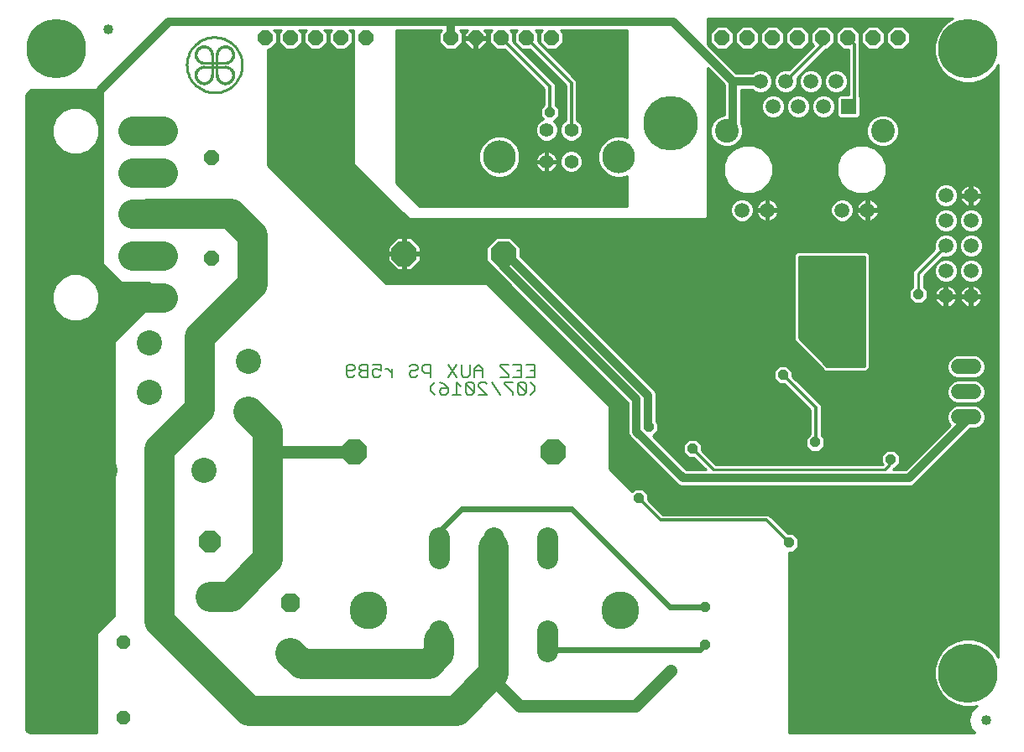
<source format=gbl>
G75*
G70*
%OFA0B0*%
%FSLAX24Y24*%
%IPPOS*%
%LPD*%
%AMOC8*
5,1,8,0,0,1.08239X$1,22.5*
%
%ADD10C,0.0060*%
%ADD11OC8,0.0885*%
%ADD12C,0.0100*%
%ADD13C,0.0010*%
%ADD14C,0.0825*%
%ADD15OC8,0.0560*%
%ADD16OC8,0.0760*%
%ADD17C,0.1502*%
%ADD18C,0.1000*%
%ADD19C,0.0594*%
%ADD20C,0.0594*%
%ADD21C,0.0560*%
%ADD22C,0.1306*%
%ADD23OC8,0.0594*%
%ADD24R,0.0594X0.0594*%
%ADD25C,0.0945*%
%ADD26OC8,0.0600*%
%ADD27C,0.0400*%
%ADD28OC8,0.1000*%
%ADD29C,0.1181*%
%ADD30R,0.0396X0.0396*%
%ADD31OC8,0.0396*%
%ADD32C,0.0120*%
%ADD33C,0.0320*%
%ADD34C,0.2362*%
%ADD35C,0.1500*%
%ADD36C,0.2165*%
%ADD37C,0.0400*%
%ADD38C,0.0240*%
%ADD39C,0.1200*%
%ADD40C,0.0500*%
%ADD41C,0.0160*%
D10*
X048909Y018828D02*
X048909Y018995D01*
X049076Y019161D01*
X049258Y019161D02*
X049425Y019078D01*
X049592Y018911D01*
X049342Y018911D01*
X049258Y018828D01*
X049258Y018744D01*
X049342Y018661D01*
X049508Y018661D01*
X049592Y018744D01*
X049592Y018911D01*
X049774Y018661D02*
X050107Y018661D01*
X049941Y018661D02*
X049941Y019161D01*
X050107Y018995D01*
X050289Y019078D02*
X050623Y018744D01*
X050540Y018661D01*
X050373Y018661D01*
X050289Y018744D01*
X050289Y019078D01*
X050373Y019161D01*
X050540Y019161D01*
X050623Y019078D01*
X050623Y018744D01*
X050805Y018661D02*
X051139Y018661D01*
X050805Y018995D01*
X050805Y019078D01*
X050888Y019161D01*
X051055Y019161D01*
X051139Y019078D01*
X051321Y019161D02*
X051654Y018661D01*
X051836Y019078D02*
X052170Y018744D01*
X052170Y018661D01*
X052352Y018744D02*
X052435Y018661D01*
X052602Y018661D01*
X052686Y018744D01*
X052352Y019078D01*
X052352Y018744D01*
X052686Y018744D02*
X052686Y019078D01*
X052602Y019161D01*
X052435Y019161D01*
X052352Y019078D01*
X052170Y019161D02*
X051836Y019161D01*
X051836Y019078D01*
X051998Y019361D02*
X051664Y019361D01*
X051998Y019361D02*
X051998Y019444D01*
X051664Y019778D01*
X051664Y019861D01*
X051998Y019861D01*
X052180Y019861D02*
X052514Y019861D01*
X052514Y019361D01*
X052180Y019361D01*
X052347Y019611D02*
X052514Y019611D01*
X052696Y019361D02*
X053029Y019361D01*
X053029Y019861D01*
X052696Y019861D01*
X052863Y019611D02*
X053029Y019611D01*
X052863Y019161D02*
X053029Y018995D01*
X053029Y018828D01*
X052863Y018661D01*
X050967Y019361D02*
X050967Y019695D01*
X050800Y019861D01*
X050633Y019695D01*
X050633Y019361D01*
X050451Y019444D02*
X050368Y019361D01*
X050201Y019361D01*
X050118Y019444D01*
X050118Y019861D01*
X049935Y019861D02*
X049602Y019361D01*
X049935Y019361D02*
X049602Y019861D01*
X048904Y019861D02*
X048904Y019361D01*
X048904Y019528D02*
X048654Y019528D01*
X048571Y019611D01*
X048571Y019778D01*
X048654Y019861D01*
X048904Y019861D01*
X048389Y019778D02*
X048389Y019695D01*
X048305Y019611D01*
X048138Y019611D01*
X048055Y019528D01*
X048055Y019444D01*
X048138Y019361D01*
X048305Y019361D01*
X048389Y019444D01*
X048389Y019778D02*
X048305Y019861D01*
X048138Y019861D01*
X048055Y019778D01*
X047357Y019695D02*
X047357Y019361D01*
X047357Y019528D02*
X047190Y019695D01*
X047107Y019695D01*
X046928Y019611D02*
X046761Y019695D01*
X046677Y019695D01*
X046594Y019611D01*
X046594Y019444D01*
X046677Y019361D01*
X046844Y019361D01*
X046928Y019444D01*
X046928Y019611D02*
X046928Y019861D01*
X046594Y019861D01*
X046412Y019861D02*
X046412Y019361D01*
X046162Y019361D01*
X046078Y019444D01*
X046078Y019528D01*
X046162Y019611D01*
X046412Y019611D01*
X046162Y019611D02*
X046078Y019695D01*
X046078Y019778D01*
X046162Y019861D01*
X046412Y019861D01*
X045896Y019778D02*
X045896Y019695D01*
X045813Y019611D01*
X045563Y019611D01*
X045563Y019444D02*
X045563Y019778D01*
X045646Y019861D01*
X045813Y019861D01*
X045896Y019778D01*
X045896Y019444D02*
X045813Y019361D01*
X045646Y019361D01*
X045563Y019444D01*
X048909Y018828D02*
X049076Y018661D01*
X050451Y019444D02*
X050451Y019861D01*
X050633Y019611D02*
X050967Y019611D01*
D11*
X040128Y012820D03*
X040153Y010640D03*
X034153Y010640D03*
X034128Y012820D03*
D12*
X032821Y005406D02*
X032843Y005340D01*
X032883Y005284D01*
X032939Y005244D01*
X035643Y005244D01*
X035643Y005220D02*
X033040Y005220D01*
X033005Y005222D01*
X032939Y005244D01*
X032842Y005343D02*
X035643Y005343D01*
X035643Y005441D02*
X032819Y005441D01*
X032819Y030576D01*
X033043Y030800D01*
X035868Y030800D01*
X035868Y023850D01*
X036593Y023125D01*
X037718Y023125D01*
X037718Y022025D01*
X037568Y022025D01*
X036343Y020800D01*
X036343Y009875D01*
X035643Y009175D01*
X035643Y005220D01*
X035643Y005540D02*
X032819Y005540D01*
X032819Y005638D02*
X035643Y005638D01*
X035643Y005737D02*
X032819Y005737D01*
X032819Y005835D02*
X035643Y005835D01*
X035643Y005934D02*
X032819Y005934D01*
X032819Y006032D02*
X035643Y006032D01*
X035643Y006131D02*
X032819Y006131D01*
X032819Y006229D02*
X035643Y006229D01*
X035643Y006328D02*
X032819Y006328D01*
X032819Y006426D02*
X035643Y006426D01*
X035643Y006525D02*
X032819Y006525D01*
X032819Y006623D02*
X035643Y006623D01*
X035643Y006722D02*
X032819Y006722D01*
X032819Y006820D02*
X035643Y006820D01*
X035643Y006919D02*
X032819Y006919D01*
X032819Y007017D02*
X035643Y007017D01*
X035643Y007116D02*
X032819Y007116D01*
X032819Y007214D02*
X035643Y007214D01*
X035643Y007313D02*
X032819Y007313D01*
X032819Y007411D02*
X035643Y007411D01*
X035643Y007510D02*
X032819Y007510D01*
X032819Y007608D02*
X035643Y007608D01*
X035643Y007707D02*
X032819Y007707D01*
X032819Y007805D02*
X035643Y007805D01*
X035643Y007904D02*
X032819Y007904D01*
X032819Y008002D02*
X035643Y008002D01*
X035643Y008101D02*
X032819Y008101D01*
X032819Y008199D02*
X035643Y008199D01*
X035643Y008298D02*
X032819Y008298D01*
X032819Y008396D02*
X035643Y008396D01*
X035643Y008495D02*
X032819Y008495D01*
X032819Y008593D02*
X035643Y008593D01*
X035643Y008692D02*
X032819Y008692D01*
X032819Y008790D02*
X035643Y008790D01*
X035643Y008889D02*
X032819Y008889D01*
X032819Y008987D02*
X035643Y008987D01*
X035643Y009086D02*
X032819Y009086D01*
X032819Y009184D02*
X035652Y009184D01*
X035751Y009283D02*
X032819Y009283D01*
X032819Y009381D02*
X035849Y009381D01*
X035948Y009480D02*
X032819Y009480D01*
X032819Y009578D02*
X036046Y009578D01*
X036145Y009677D02*
X032819Y009677D01*
X032819Y009775D02*
X036243Y009775D01*
X036342Y009874D02*
X032819Y009874D01*
X032819Y009972D02*
X036343Y009972D01*
X036343Y010071D02*
X032819Y010071D01*
X032819Y010169D02*
X036343Y010169D01*
X036343Y010268D02*
X032819Y010268D01*
X032819Y010366D02*
X036343Y010366D01*
X036343Y010465D02*
X032819Y010465D01*
X032819Y010563D02*
X036343Y010563D01*
X036343Y010662D02*
X032819Y010662D01*
X032819Y010760D02*
X036343Y010760D01*
X036343Y010859D02*
X032819Y010859D01*
X032819Y010957D02*
X036343Y010957D01*
X036343Y011056D02*
X032819Y011056D01*
X032819Y011154D02*
X036343Y011154D01*
X036343Y011253D02*
X032819Y011253D01*
X032819Y011351D02*
X036343Y011351D01*
X036343Y011450D02*
X032819Y011450D01*
X032819Y011548D02*
X036343Y011548D01*
X036343Y011647D02*
X032819Y011647D01*
X032819Y011745D02*
X036343Y011745D01*
X036343Y011844D02*
X032819Y011844D01*
X032819Y011942D02*
X036343Y011942D01*
X036343Y012041D02*
X032819Y012041D01*
X032819Y012139D02*
X036343Y012139D01*
X036343Y012238D02*
X032819Y012238D01*
X032819Y012336D02*
X036343Y012336D01*
X036343Y012435D02*
X032819Y012435D01*
X032819Y012533D02*
X036343Y012533D01*
X036343Y012632D02*
X032819Y012632D01*
X032819Y012730D02*
X036343Y012730D01*
X036343Y012829D02*
X032819Y012829D01*
X032819Y012927D02*
X036343Y012927D01*
X036343Y013026D02*
X032819Y013026D01*
X032819Y013124D02*
X036343Y013124D01*
X036343Y013223D02*
X032819Y013223D01*
X032819Y013321D02*
X036343Y013321D01*
X036343Y013420D02*
X032819Y013420D01*
X032819Y013518D02*
X036343Y013518D01*
X036343Y013617D02*
X032819Y013617D01*
X032819Y013715D02*
X036343Y013715D01*
X036343Y013814D02*
X032819Y013814D01*
X032819Y013912D02*
X036343Y013912D01*
X036343Y014011D02*
X032819Y014011D01*
X032819Y014109D02*
X036343Y014109D01*
X036343Y014208D02*
X032819Y014208D01*
X032819Y014306D02*
X036343Y014306D01*
X036343Y014405D02*
X032819Y014405D01*
X032819Y014503D02*
X036343Y014503D01*
X036343Y014602D02*
X032819Y014602D01*
X032819Y014700D02*
X036343Y014700D01*
X036343Y014799D02*
X032819Y014799D01*
X032819Y014897D02*
X036343Y014897D01*
X036343Y014996D02*
X032819Y014996D01*
X032819Y015094D02*
X036343Y015094D01*
X036343Y015193D02*
X032819Y015193D01*
X032819Y015291D02*
X036343Y015291D01*
X036343Y015390D02*
X032819Y015390D01*
X032819Y015488D02*
X036343Y015488D01*
X036343Y015587D02*
X032819Y015587D01*
X032819Y015685D02*
X036343Y015685D01*
X036343Y015784D02*
X032819Y015784D01*
X032819Y015882D02*
X036343Y015882D01*
X036343Y015981D02*
X032819Y015981D01*
X032819Y016079D02*
X036343Y016079D01*
X036343Y016178D02*
X032819Y016178D01*
X032819Y016276D02*
X036343Y016276D01*
X036343Y016375D02*
X032819Y016375D01*
X032819Y016473D02*
X036343Y016473D01*
X036343Y016572D02*
X032819Y016572D01*
X032819Y016670D02*
X036343Y016670D01*
X036343Y016769D02*
X032819Y016769D01*
X032819Y016867D02*
X036343Y016867D01*
X036343Y016966D02*
X032819Y016966D01*
X032819Y017064D02*
X036343Y017064D01*
X036343Y017163D02*
X032819Y017163D01*
X032819Y017261D02*
X036343Y017261D01*
X036343Y017360D02*
X032819Y017360D01*
X032819Y017458D02*
X036343Y017458D01*
X036343Y017557D02*
X032819Y017557D01*
X032819Y017655D02*
X036343Y017655D01*
X036343Y017754D02*
X032819Y017754D01*
X032819Y017852D02*
X036343Y017852D01*
X036343Y017951D02*
X032819Y017951D01*
X032819Y018049D02*
X036343Y018049D01*
X036343Y018148D02*
X032819Y018148D01*
X032819Y018246D02*
X036343Y018246D01*
X036343Y018345D02*
X032819Y018345D01*
X032819Y018443D02*
X036343Y018443D01*
X036343Y018542D02*
X032819Y018542D01*
X032819Y018640D02*
X036343Y018640D01*
X036343Y018739D02*
X032819Y018739D01*
X032819Y018837D02*
X036343Y018837D01*
X036343Y018936D02*
X032819Y018936D01*
X032819Y019034D02*
X036343Y019034D01*
X036343Y019133D02*
X032819Y019133D01*
X032819Y019231D02*
X036343Y019231D01*
X036343Y019330D02*
X032819Y019330D01*
X032819Y019428D02*
X036343Y019428D01*
X036343Y019527D02*
X032819Y019527D01*
X032819Y019625D02*
X036343Y019625D01*
X036343Y019724D02*
X032819Y019724D01*
X032819Y019822D02*
X036343Y019822D01*
X036343Y019921D02*
X032819Y019921D01*
X032819Y020019D02*
X036343Y020019D01*
X036343Y020118D02*
X032819Y020118D01*
X032819Y020216D02*
X036343Y020216D01*
X036343Y020315D02*
X032819Y020315D01*
X032819Y020413D02*
X036343Y020413D01*
X036343Y020512D02*
X032819Y020512D01*
X032819Y020610D02*
X036343Y020610D01*
X036343Y020709D02*
X032819Y020709D01*
X032819Y020807D02*
X036350Y020807D01*
X036449Y020906D02*
X032819Y020906D01*
X032819Y021004D02*
X036547Y021004D01*
X036646Y021103D02*
X032819Y021103D01*
X032819Y021201D02*
X036744Y021201D01*
X036843Y021300D02*
X032819Y021300D01*
X032819Y021398D02*
X036941Y021398D01*
X037040Y021497D02*
X032819Y021497D01*
X032819Y021595D02*
X037138Y021595D01*
X037237Y021694D02*
X035218Y021694D01*
X035327Y021738D02*
X035592Y022003D01*
X035735Y022349D01*
X035735Y022723D01*
X035592Y023069D01*
X035327Y023333D01*
X034981Y023476D01*
X034607Y023476D01*
X034261Y023333D01*
X033997Y023069D01*
X033854Y022723D01*
X033854Y022349D01*
X033997Y022003D01*
X034261Y021738D01*
X034607Y021595D01*
X034981Y021595D01*
X035327Y021738D01*
X035381Y021792D02*
X037335Y021792D01*
X037434Y021891D02*
X035479Y021891D01*
X035578Y021989D02*
X037532Y021989D01*
X037718Y022088D02*
X035627Y022088D01*
X035667Y022186D02*
X037718Y022186D01*
X037718Y022285D02*
X035708Y022285D01*
X035735Y022383D02*
X037718Y022383D01*
X037718Y022482D02*
X035735Y022482D01*
X035735Y022580D02*
X037718Y022580D01*
X037718Y022679D02*
X035735Y022679D01*
X035712Y022777D02*
X037718Y022777D01*
X037718Y022876D02*
X035671Y022876D01*
X035631Y022974D02*
X037718Y022974D01*
X037718Y023073D02*
X035588Y023073D01*
X035489Y023171D02*
X036547Y023171D01*
X036449Y023270D02*
X035391Y023270D01*
X035243Y023368D02*
X036350Y023368D01*
X036252Y023467D02*
X035005Y023467D01*
X034583Y023467D02*
X032819Y023467D01*
X032819Y023565D02*
X036153Y023565D01*
X036055Y023664D02*
X032819Y023664D01*
X032819Y023762D02*
X035956Y023762D01*
X035868Y023861D02*
X032819Y023861D01*
X032819Y023959D02*
X035868Y023959D01*
X035868Y024058D02*
X032819Y024058D01*
X032819Y024156D02*
X035868Y024156D01*
X035868Y024255D02*
X032819Y024255D01*
X032819Y024353D02*
X035868Y024353D01*
X035868Y024452D02*
X032819Y024452D01*
X032819Y024550D02*
X035868Y024550D01*
X035868Y024649D02*
X032819Y024649D01*
X032819Y024747D02*
X035868Y024747D01*
X035868Y024846D02*
X032819Y024846D01*
X032819Y024944D02*
X035868Y024944D01*
X035868Y025043D02*
X032819Y025043D01*
X032819Y025141D02*
X035868Y025141D01*
X035868Y025240D02*
X032819Y025240D01*
X032819Y025338D02*
X035868Y025338D01*
X035868Y025437D02*
X032819Y025437D01*
X032819Y025535D02*
X035868Y025535D01*
X035868Y025634D02*
X032819Y025634D01*
X032819Y025732D02*
X035868Y025732D01*
X035868Y025831D02*
X032819Y025831D01*
X032819Y025929D02*
X035868Y025929D01*
X035868Y026028D02*
X032819Y026028D01*
X032819Y026126D02*
X035868Y026126D01*
X035868Y026225D02*
X032819Y026225D01*
X032819Y026323D02*
X035868Y026323D01*
X035868Y026422D02*
X032819Y026422D01*
X032819Y026520D02*
X035868Y026520D01*
X035868Y026619D02*
X032819Y026619D01*
X032819Y026717D02*
X035868Y026717D01*
X035868Y026816D02*
X032819Y026816D01*
X032819Y026914D02*
X035868Y026914D01*
X035868Y027013D02*
X032819Y027013D01*
X032819Y027111D02*
X035868Y027111D01*
X035868Y027210D02*
X032819Y027210D01*
X032819Y027308D02*
X035868Y027308D01*
X035868Y027407D02*
X032819Y027407D01*
X032819Y027505D02*
X035868Y027505D01*
X035868Y027604D02*
X032819Y027604D01*
X032819Y027702D02*
X035868Y027702D01*
X035868Y027801D02*
X032819Y027801D01*
X032819Y027899D02*
X035868Y027899D01*
X035868Y027998D02*
X032819Y027998D01*
X032819Y028096D02*
X035868Y028096D01*
X035868Y028195D02*
X032819Y028195D01*
X032819Y028293D02*
X034405Y028293D01*
X034261Y028353D02*
X034607Y028209D01*
X034981Y028209D01*
X035327Y028353D01*
X035592Y028617D01*
X035735Y028963D01*
X035735Y029337D01*
X035592Y029683D01*
X035327Y029947D01*
X034981Y030091D01*
X034607Y030091D01*
X034261Y029947D01*
X033997Y029683D01*
X033854Y029337D01*
X033854Y028963D01*
X033997Y028617D01*
X034261Y028353D01*
X034222Y028392D02*
X032819Y028392D01*
X032819Y028490D02*
X034124Y028490D01*
X034025Y028589D02*
X032819Y028589D01*
X032819Y028687D02*
X033968Y028687D01*
X033927Y028786D02*
X032819Y028786D01*
X032819Y028884D02*
X033886Y028884D01*
X033854Y028983D02*
X032819Y028983D01*
X032819Y029081D02*
X033854Y029081D01*
X033854Y029180D02*
X032819Y029180D01*
X032819Y029278D02*
X033854Y029278D01*
X033870Y029377D02*
X032819Y029377D01*
X032819Y029475D02*
X033911Y029475D01*
X033952Y029574D02*
X032819Y029574D01*
X032819Y029672D02*
X033992Y029672D01*
X034085Y029771D02*
X032819Y029771D01*
X032819Y029869D02*
X034183Y029869D01*
X034310Y029968D02*
X032819Y029968D01*
X032819Y030066D02*
X034548Y030066D01*
X035040Y030066D02*
X035868Y030066D01*
X035868Y029968D02*
X035278Y029968D01*
X035405Y029869D02*
X035868Y029869D01*
X035868Y029771D02*
X035504Y029771D01*
X035596Y029672D02*
X035868Y029672D01*
X035868Y029574D02*
X035637Y029574D01*
X035678Y029475D02*
X035868Y029475D01*
X035868Y029377D02*
X035718Y029377D01*
X035735Y029278D02*
X035868Y029278D01*
X035868Y029180D02*
X035735Y029180D01*
X035735Y029081D02*
X035868Y029081D01*
X035868Y028983D02*
X035735Y028983D01*
X035702Y028884D02*
X035868Y028884D01*
X035868Y028786D02*
X035661Y028786D01*
X035620Y028687D02*
X035868Y028687D01*
X035868Y028589D02*
X035563Y028589D01*
X035464Y028490D02*
X035868Y028490D01*
X035868Y028392D02*
X035366Y028392D01*
X035183Y028293D02*
X035868Y028293D01*
X035868Y030165D02*
X032819Y030165D01*
X032819Y030263D02*
X035868Y030263D01*
X035868Y030362D02*
X032819Y030362D01*
X032819Y030460D02*
X035868Y030460D01*
X035868Y030559D02*
X032819Y030559D01*
X032900Y030657D02*
X035868Y030657D01*
X035868Y030756D02*
X032999Y030756D01*
X039904Y031700D02*
X040730Y031700D01*
X040730Y031858D02*
X039904Y031858D01*
X039217Y031779D02*
X039219Y031845D01*
X039225Y031910D01*
X039235Y031975D01*
X039248Y032040D01*
X039266Y032103D01*
X039287Y032166D01*
X039312Y032226D01*
X039341Y032286D01*
X039373Y032343D01*
X039408Y032399D01*
X039447Y032452D01*
X039489Y032503D01*
X039533Y032551D01*
X039581Y032596D01*
X039631Y032639D01*
X039684Y032678D01*
X039739Y032715D01*
X039796Y032748D01*
X039855Y032777D01*
X039915Y032803D01*
X039977Y032825D01*
X040040Y032844D01*
X040104Y032858D01*
X040169Y032869D01*
X040235Y032876D01*
X040301Y032879D01*
X040366Y032878D01*
X040432Y032873D01*
X040497Y032864D01*
X040562Y032851D01*
X040625Y032835D01*
X040688Y032815D01*
X040749Y032790D01*
X040809Y032763D01*
X040867Y032732D01*
X040923Y032697D01*
X040977Y032659D01*
X041028Y032618D01*
X041077Y032574D01*
X041123Y032527D01*
X041167Y032478D01*
X041207Y032426D01*
X041244Y032371D01*
X041278Y032315D01*
X041308Y032256D01*
X041335Y032196D01*
X041358Y032135D01*
X041377Y032072D01*
X041393Y032008D01*
X041405Y031943D01*
X041413Y031878D01*
X041417Y031812D01*
X041417Y031746D01*
X041413Y031680D01*
X041405Y031615D01*
X041393Y031550D01*
X041377Y031486D01*
X041358Y031423D01*
X041335Y031362D01*
X041308Y031302D01*
X041278Y031243D01*
X041244Y031187D01*
X041207Y031132D01*
X041167Y031080D01*
X041123Y031031D01*
X041077Y030984D01*
X041028Y030940D01*
X040977Y030899D01*
X040923Y030861D01*
X040867Y030826D01*
X040809Y030795D01*
X040749Y030768D01*
X040688Y030743D01*
X040625Y030723D01*
X040562Y030707D01*
X040497Y030694D01*
X040432Y030685D01*
X040366Y030680D01*
X040301Y030679D01*
X040235Y030682D01*
X040169Y030689D01*
X040104Y030700D01*
X040040Y030714D01*
X039977Y030733D01*
X039915Y030755D01*
X039855Y030781D01*
X039796Y030810D01*
X039739Y030843D01*
X039684Y030880D01*
X039631Y030919D01*
X039581Y030962D01*
X039533Y031007D01*
X039489Y031055D01*
X039447Y031106D01*
X039408Y031159D01*
X039373Y031215D01*
X039341Y031272D01*
X039312Y031332D01*
X039287Y031392D01*
X039266Y031455D01*
X039248Y031518D01*
X039235Y031583D01*
X039225Y031648D01*
X039219Y031713D01*
X039217Y031779D01*
X040219Y031385D02*
X040219Y032173D01*
X040415Y032173D02*
X040415Y031385D01*
X042418Y031347D02*
X045843Y031347D01*
X045843Y031445D02*
X042418Y031445D01*
X042418Y031544D02*
X045843Y031544D01*
X045843Y031642D02*
X042418Y031642D01*
X042418Y031741D02*
X045843Y031741D01*
X045843Y031839D02*
X042418Y031839D01*
X042418Y031938D02*
X045843Y031938D01*
X045843Y032036D02*
X042418Y032036D01*
X042418Y032135D02*
X045843Y032135D01*
X045843Y032233D02*
X042418Y032233D01*
X042418Y032332D02*
X045843Y032332D01*
X045843Y032430D02*
X045558Y032430D01*
X045512Y032383D02*
X045785Y032657D01*
X045785Y033043D01*
X045683Y033145D01*
X045843Y033145D01*
X045843Y027825D01*
X048018Y025650D01*
X059868Y025650D01*
X059893Y025775D01*
X059893Y031658D01*
X060564Y030987D01*
X060564Y029798D01*
X060530Y029798D01*
X060294Y029700D01*
X060114Y029519D01*
X060016Y029283D01*
X060016Y029028D01*
X060114Y028792D01*
X060294Y028611D01*
X060530Y028513D01*
X060786Y028513D01*
X061022Y028611D01*
X061203Y028792D01*
X061301Y029028D01*
X061301Y029283D01*
X061229Y029457D01*
X061224Y029489D01*
X061224Y030794D01*
X061678Y030794D01*
X061744Y030728D01*
X061916Y030657D01*
X062101Y030657D01*
X062273Y030728D01*
X062404Y030860D01*
X062475Y031031D01*
X062475Y031217D01*
X062404Y031388D01*
X062273Y031520D01*
X062101Y031591D01*
X061916Y031591D01*
X061744Y031520D01*
X061678Y031454D01*
X061031Y031454D01*
X059893Y032592D01*
X059893Y033614D01*
X069629Y033614D01*
X069415Y033490D01*
X069163Y033239D01*
X068985Y032931D01*
X068893Y032587D01*
X068893Y032231D01*
X068985Y031888D01*
X069163Y031579D01*
X069415Y031328D01*
X069723Y031150D01*
X070066Y031058D01*
X070422Y031058D01*
X070766Y031150D01*
X071074Y031328D01*
X071326Y031579D01*
X071449Y031794D01*
X071449Y008221D01*
X071326Y008436D01*
X071074Y008687D01*
X070766Y008865D01*
X070422Y008957D01*
X070066Y008957D01*
X069723Y008865D01*
X069415Y008687D01*
X069163Y008436D01*
X068985Y008127D01*
X068893Y007784D01*
X068893Y007428D01*
X068985Y007084D01*
X069163Y006776D01*
X069415Y006525D01*
X069723Y006347D01*
X070066Y006255D01*
X070422Y006255D01*
X070613Y006306D01*
X070535Y006268D01*
X070342Y006027D01*
X070342Y006027D01*
X070273Y005725D01*
X070342Y005423D01*
X070505Y005220D01*
X063118Y005220D01*
X063118Y012407D01*
X063296Y012407D01*
X063511Y012623D01*
X063511Y012927D01*
X071449Y012927D01*
X071449Y012829D02*
X063511Y012829D01*
X063511Y012927D02*
X063296Y013143D01*
X063100Y013143D01*
X062338Y013905D01*
X058138Y013905D01*
X057536Y014507D01*
X057536Y014702D01*
X057321Y014918D01*
X057016Y014918D01*
X056908Y014810D01*
X055993Y015725D01*
X055993Y018225D01*
X051143Y023075D01*
X047118Y023075D01*
X042418Y027800D01*
X042418Y032383D01*
X042512Y032383D01*
X042785Y032657D01*
X042785Y033043D01*
X042683Y033145D01*
X042953Y033145D01*
X042851Y033043D01*
X042851Y032657D01*
X043125Y032383D01*
X043512Y032383D01*
X043785Y032657D01*
X043785Y033043D01*
X043683Y033145D01*
X043953Y033145D01*
X043851Y033043D01*
X043851Y032657D01*
X044125Y032383D01*
X044512Y032383D01*
X044785Y032657D01*
X044785Y033043D01*
X044683Y033145D01*
X044953Y033145D01*
X044851Y033043D01*
X044851Y032657D01*
X045125Y032383D01*
X045512Y032383D01*
X045657Y032529D02*
X045843Y032529D01*
X045843Y032627D02*
X045755Y032627D01*
X045785Y032726D02*
X045843Y032726D01*
X045843Y032824D02*
X045785Y032824D01*
X045785Y032923D02*
X045843Y032923D01*
X045843Y033021D02*
X045785Y033021D01*
X045843Y033120D02*
X045709Y033120D01*
X044928Y033120D02*
X044709Y033120D01*
X044785Y033021D02*
X044851Y033021D01*
X044851Y032923D02*
X044785Y032923D01*
X044785Y032824D02*
X044851Y032824D01*
X044851Y032726D02*
X044785Y032726D01*
X044755Y032627D02*
X044881Y032627D01*
X044979Y032529D02*
X044657Y032529D01*
X044558Y032430D02*
X045078Y032430D01*
X044078Y032430D02*
X043558Y032430D01*
X043657Y032529D02*
X043979Y032529D01*
X043881Y032627D02*
X043755Y032627D01*
X043785Y032726D02*
X043851Y032726D01*
X043851Y032824D02*
X043785Y032824D01*
X043785Y032923D02*
X043851Y032923D01*
X043851Y033021D02*
X043785Y033021D01*
X043709Y033120D02*
X043928Y033120D01*
X042928Y033120D02*
X042709Y033120D01*
X042785Y033021D02*
X042851Y033021D01*
X042851Y032923D02*
X042785Y032923D01*
X042785Y032824D02*
X042851Y032824D01*
X042851Y032726D02*
X042785Y032726D01*
X042755Y032627D02*
X042881Y032627D01*
X042979Y032529D02*
X042657Y032529D01*
X042558Y032430D02*
X043078Y032430D01*
X042418Y031248D02*
X045843Y031248D01*
X045843Y031150D02*
X042418Y031150D01*
X042418Y031051D02*
X045843Y031051D01*
X045843Y030953D02*
X042418Y030953D01*
X042418Y030854D02*
X045843Y030854D01*
X045843Y030756D02*
X042418Y030756D01*
X042418Y030657D02*
X045843Y030657D01*
X045843Y030559D02*
X042418Y030559D01*
X042418Y030460D02*
X045843Y030460D01*
X045843Y030362D02*
X042418Y030362D01*
X042418Y030263D02*
X045843Y030263D01*
X045843Y030165D02*
X042418Y030165D01*
X042418Y030066D02*
X045843Y030066D01*
X045843Y029968D02*
X042418Y029968D01*
X042418Y029869D02*
X045843Y029869D01*
X045843Y029771D02*
X042418Y029771D01*
X042418Y029672D02*
X045843Y029672D01*
X045843Y029574D02*
X042418Y029574D01*
X042418Y029475D02*
X045843Y029475D01*
X045843Y029377D02*
X042418Y029377D01*
X042418Y029278D02*
X045843Y029278D01*
X045843Y029180D02*
X042418Y029180D01*
X042418Y029081D02*
X045843Y029081D01*
X045843Y028983D02*
X042418Y028983D01*
X042418Y028884D02*
X045843Y028884D01*
X045843Y028786D02*
X042418Y028786D01*
X042418Y028687D02*
X045843Y028687D01*
X045843Y028589D02*
X042418Y028589D01*
X042418Y028490D02*
X045843Y028490D01*
X045843Y028392D02*
X042418Y028392D01*
X042418Y028293D02*
X045843Y028293D01*
X045843Y028195D02*
X042418Y028195D01*
X042418Y028096D02*
X045843Y028096D01*
X045843Y027998D02*
X042418Y027998D01*
X042418Y027899D02*
X045843Y027899D01*
X045868Y027801D02*
X042418Y027801D01*
X042516Y027702D02*
X045966Y027702D01*
X046065Y027604D02*
X042614Y027604D01*
X042712Y027505D02*
X046163Y027505D01*
X046262Y027407D02*
X042810Y027407D01*
X042908Y027308D02*
X046360Y027308D01*
X046459Y027210D02*
X043005Y027210D01*
X043103Y027111D02*
X046557Y027111D01*
X046656Y027013D02*
X043201Y027013D01*
X043299Y026914D02*
X046754Y026914D01*
X046853Y026816D02*
X043397Y026816D01*
X043495Y026717D02*
X046951Y026717D01*
X047050Y026619D02*
X043593Y026619D01*
X043691Y026520D02*
X047148Y026520D01*
X047247Y026422D02*
X043789Y026422D01*
X043887Y026323D02*
X047345Y026323D01*
X047444Y026225D02*
X043985Y026225D01*
X044083Y026126D02*
X047542Y026126D01*
X047641Y026028D02*
X044181Y026028D01*
X044279Y025929D02*
X047739Y025929D01*
X047838Y025831D02*
X044377Y025831D01*
X044475Y025732D02*
X047936Y025732D01*
X048394Y026225D02*
X056693Y026225D01*
X056693Y026150D02*
X048468Y026150D01*
X047543Y027075D01*
X047543Y033145D01*
X049328Y033145D01*
X049226Y033043D01*
X049226Y032657D01*
X049500Y032383D01*
X049887Y032383D01*
X050160Y032657D01*
X050160Y033043D01*
X050058Y033145D01*
X050356Y033145D01*
X050246Y033035D01*
X050246Y032898D01*
X050645Y032898D01*
X050645Y032802D01*
X050246Y032802D01*
X050246Y032665D01*
X050508Y032403D01*
X050645Y032403D01*
X050645Y032802D01*
X050742Y032802D01*
X050742Y032898D01*
X051140Y032898D01*
X051140Y033035D01*
X051030Y033145D01*
X051328Y033145D01*
X051226Y033043D01*
X051226Y032657D01*
X051500Y032383D01*
X051835Y032383D01*
X053393Y030825D01*
X053393Y030186D01*
X053255Y030047D01*
X053255Y029743D01*
X053374Y029624D01*
X053248Y029571D01*
X053121Y029445D01*
X053052Y029279D01*
X053052Y029100D01*
X053121Y028935D01*
X053248Y028808D01*
X053413Y028740D01*
X053592Y028740D01*
X053757Y028808D01*
X053884Y028935D01*
X053952Y029100D01*
X053952Y029279D01*
X053884Y029445D01*
X053789Y029540D01*
X053991Y029743D01*
X053991Y030047D01*
X053853Y030186D01*
X053853Y031015D01*
X052160Y032708D01*
X052160Y033043D01*
X052058Y033145D01*
X052328Y033145D01*
X052226Y033043D01*
X052226Y032657D01*
X052500Y032383D01*
X052835Y032383D01*
X054257Y030961D01*
X054257Y029582D01*
X054232Y029571D01*
X054105Y029445D01*
X054037Y029279D01*
X054037Y029100D01*
X054105Y028935D01*
X054232Y028808D01*
X054397Y028740D01*
X054576Y028740D01*
X054742Y028808D01*
X054868Y028935D01*
X054937Y029100D01*
X054937Y029279D01*
X054868Y029445D01*
X054742Y029571D01*
X054717Y029582D01*
X054717Y031152D01*
X053160Y032708D01*
X053160Y033043D01*
X053058Y033145D01*
X053328Y033145D01*
X053226Y033043D01*
X053226Y032657D01*
X053500Y032383D01*
X053887Y032383D01*
X054160Y032657D01*
X054160Y033043D01*
X054058Y033145D01*
X056693Y033145D01*
X056693Y028881D01*
X056528Y028950D01*
X056201Y028950D01*
X055899Y028824D01*
X055667Y028593D01*
X055542Y028290D01*
X055542Y027963D01*
X055667Y027661D01*
X055899Y027429D01*
X056201Y027304D01*
X056528Y027304D01*
X056693Y027372D01*
X056693Y026150D01*
X056693Y026323D02*
X048295Y026323D01*
X048197Y026422D02*
X056693Y026422D01*
X056693Y026520D02*
X048098Y026520D01*
X048000Y026619D02*
X056693Y026619D01*
X056693Y026717D02*
X047901Y026717D01*
X047803Y026816D02*
X056693Y026816D01*
X056693Y026914D02*
X047704Y026914D01*
X047606Y027013D02*
X056693Y027013D01*
X056693Y027111D02*
X047543Y027111D01*
X047543Y027210D02*
X056693Y027210D01*
X056693Y027308D02*
X056538Y027308D01*
X056191Y027308D02*
X051798Y027308D01*
X051788Y027304D02*
X052091Y027429D01*
X052322Y027661D01*
X052447Y027963D01*
X052447Y028290D01*
X052322Y028593D01*
X052091Y028824D01*
X051788Y028950D01*
X051461Y028950D01*
X051158Y028824D01*
X050927Y028593D01*
X050802Y028290D01*
X050802Y027963D01*
X050927Y027661D01*
X051158Y027429D01*
X051461Y027304D01*
X051788Y027304D01*
X052036Y027407D02*
X055953Y027407D01*
X055823Y027505D02*
X054637Y027505D01*
X054576Y027480D02*
X054742Y027548D01*
X054868Y027675D01*
X054937Y027840D01*
X054937Y028019D01*
X054868Y028185D01*
X054742Y028311D01*
X054576Y028380D01*
X054397Y028380D01*
X054232Y028311D01*
X054105Y028185D01*
X054037Y028019D01*
X054037Y027840D01*
X054105Y027675D01*
X054232Y027548D01*
X054397Y027480D01*
X054576Y027480D01*
X054336Y027505D02*
X053569Y027505D01*
X053541Y027505D02*
X053464Y027505D01*
X053464Y027501D02*
X053464Y027891D01*
X053541Y027891D01*
X053541Y027501D01*
X053603Y027511D01*
X053667Y027531D01*
X053728Y027562D01*
X053783Y027602D01*
X053830Y027650D01*
X053870Y027705D01*
X053901Y027765D01*
X053922Y027829D01*
X053932Y027891D01*
X053541Y027891D01*
X053541Y027969D01*
X053464Y027969D01*
X053464Y028359D01*
X053402Y028349D01*
X053337Y028328D01*
X053277Y028298D01*
X053222Y028258D01*
X053174Y028210D01*
X053135Y028155D01*
X053104Y028095D01*
X053083Y028031D01*
X053073Y027969D01*
X053464Y027969D01*
X053464Y027891D01*
X053073Y027891D01*
X053083Y027829D01*
X053104Y027765D01*
X053135Y027705D01*
X053174Y027650D01*
X053222Y027602D01*
X053277Y027562D01*
X053337Y027531D01*
X053402Y027511D01*
X053464Y027501D01*
X053436Y027505D02*
X052166Y027505D01*
X052265Y027604D02*
X053221Y027604D01*
X053136Y027702D02*
X052339Y027702D01*
X052380Y027801D02*
X053092Y027801D01*
X053078Y027998D02*
X052447Y027998D01*
X052447Y028096D02*
X053104Y028096D01*
X053163Y028195D02*
X052447Y028195D01*
X052446Y028293D02*
X053271Y028293D01*
X053464Y028293D02*
X053541Y028293D01*
X053541Y028359D02*
X053603Y028349D01*
X053667Y028328D01*
X053728Y028298D01*
X053783Y028258D01*
X053830Y028210D01*
X053870Y028155D01*
X053901Y028095D01*
X053922Y028031D01*
X053932Y027969D01*
X053541Y027969D01*
X053541Y028359D01*
X053541Y028195D02*
X053464Y028195D01*
X053464Y028096D02*
X053541Y028096D01*
X053541Y027998D02*
X053464Y027998D01*
X053464Y027899D02*
X052421Y027899D01*
X052405Y028392D02*
X055584Y028392D01*
X055625Y028490D02*
X052365Y028490D01*
X052324Y028589D02*
X055665Y028589D01*
X055761Y028687D02*
X052228Y028687D01*
X052129Y028786D02*
X053302Y028786D01*
X053172Y028884D02*
X051946Y028884D01*
X051303Y028884D02*
X047543Y028884D01*
X047543Y028786D02*
X051120Y028786D01*
X051021Y028687D02*
X047543Y028687D01*
X047543Y028589D02*
X050925Y028589D01*
X050884Y028490D02*
X047543Y028490D01*
X047543Y028392D02*
X050844Y028392D01*
X050803Y028293D02*
X047543Y028293D01*
X047543Y028195D02*
X050802Y028195D01*
X050802Y028096D02*
X047543Y028096D01*
X047543Y027998D02*
X050802Y027998D01*
X050828Y027899D02*
X047543Y027899D01*
X047543Y027801D02*
X050869Y027801D01*
X050910Y027702D02*
X047543Y027702D01*
X047543Y027604D02*
X050984Y027604D01*
X051083Y027505D02*
X047543Y027505D01*
X047543Y027407D02*
X051213Y027407D01*
X051451Y027308D02*
X047543Y027308D01*
X044867Y025338D02*
X068961Y025338D01*
X068967Y025323D02*
X069098Y025192D01*
X069270Y025121D01*
X069455Y025121D01*
X069627Y025192D01*
X069758Y025323D01*
X069829Y025495D01*
X069829Y025680D01*
X069758Y025852D01*
X069627Y025983D01*
X069455Y026054D01*
X069270Y026054D01*
X069098Y025983D01*
X068967Y025852D01*
X068896Y025680D01*
X068896Y025495D01*
X068967Y025323D01*
X069050Y025240D02*
X044965Y025240D01*
X045063Y025141D02*
X069221Y025141D01*
X069270Y025054D02*
X069098Y024983D01*
X068967Y024852D01*
X068896Y024680D01*
X068896Y024495D01*
X068914Y024450D01*
X068048Y023584D01*
X068048Y022951D01*
X067900Y022802D01*
X067900Y022498D01*
X068116Y022282D01*
X068421Y022282D01*
X068636Y022498D01*
X068636Y022802D01*
X068488Y022951D01*
X068488Y023402D01*
X069225Y024139D01*
X069270Y024121D01*
X069455Y024121D01*
X069627Y024192D01*
X069758Y024323D01*
X069829Y024495D01*
X069829Y024680D01*
X069758Y024852D01*
X069627Y024983D01*
X069455Y025054D01*
X069270Y025054D01*
X069241Y025043D02*
X045161Y025043D01*
X045259Y024944D02*
X069059Y024944D01*
X068964Y024846D02*
X052151Y024846D01*
X052064Y024932D02*
X051509Y024932D01*
X051117Y024540D01*
X051117Y023984D01*
X051471Y023630D01*
X051488Y023588D01*
X056738Y018338D01*
X056738Y017134D01*
X056788Y017013D01*
X056881Y016920D01*
X056881Y016920D01*
X058638Y015163D01*
X058731Y015070D01*
X058853Y015020D01*
X067959Y015020D01*
X068080Y015070D01*
X070318Y017308D01*
X070558Y017308D01*
X070729Y017379D01*
X070861Y017511D01*
X070932Y017682D01*
X070932Y017868D01*
X070861Y018039D01*
X070729Y018171D01*
X070558Y018242D01*
X069778Y018242D01*
X069607Y018171D01*
X069476Y018039D01*
X069404Y017868D01*
X069404Y017682D01*
X069476Y017511D01*
X069531Y017455D01*
X067756Y015680D01*
X067259Y015680D01*
X067311Y015732D01*
X067321Y015732D01*
X067536Y015948D01*
X067536Y016252D01*
X067321Y016468D01*
X067016Y016468D01*
X066800Y016252D01*
X066800Y015948D01*
X066852Y015895D01*
X060234Y015895D01*
X059661Y016468D01*
X059661Y016677D01*
X059446Y016893D01*
X059141Y016893D01*
X058925Y016677D01*
X058925Y016373D01*
X059141Y016157D01*
X059350Y016157D01*
X059827Y015680D01*
X059055Y015680D01*
X057724Y017011D01*
X057936Y017223D01*
X057936Y017527D01*
X057873Y017591D01*
X057873Y018696D01*
X057823Y018817D01*
X057730Y018910D01*
X057721Y018914D01*
X052457Y024178D01*
X052457Y024540D01*
X052064Y024932D01*
X052249Y024747D02*
X068923Y024747D01*
X068896Y024649D02*
X052348Y024649D01*
X052446Y024550D02*
X068896Y024550D01*
X068914Y024452D02*
X052457Y024452D01*
X052457Y024353D02*
X063435Y024353D01*
X063452Y024370D02*
X063323Y024241D01*
X063323Y020926D01*
X063322Y020836D01*
X063323Y020835D01*
X063323Y020834D01*
X063387Y020770D01*
X064423Y019710D01*
X064423Y019709D01*
X064487Y019645D01*
X064550Y019581D01*
X064551Y019581D01*
X064552Y019580D01*
X064642Y019580D01*
X064732Y019579D01*
X064733Y019580D01*
X066209Y019580D01*
X066338Y019709D01*
X066338Y024241D01*
X066209Y024370D01*
X066027Y024370D01*
X063634Y024370D01*
X063452Y024370D01*
X063337Y024255D02*
X052457Y024255D01*
X052479Y024156D02*
X063323Y024156D01*
X063323Y024058D02*
X052577Y024058D01*
X052676Y023959D02*
X063323Y023959D01*
X063323Y023861D02*
X052774Y023861D01*
X052873Y023762D02*
X063323Y023762D01*
X063323Y023664D02*
X052971Y023664D01*
X053070Y023565D02*
X063323Y023565D01*
X063323Y023467D02*
X053168Y023467D01*
X053267Y023368D02*
X063323Y023368D01*
X063323Y023270D02*
X053365Y023270D01*
X053464Y023171D02*
X063323Y023171D01*
X063323Y023073D02*
X053562Y023073D01*
X053661Y022974D02*
X063323Y022974D01*
X063323Y022876D02*
X053759Y022876D01*
X053858Y022777D02*
X063323Y022777D01*
X063323Y022679D02*
X053956Y022679D01*
X054055Y022580D02*
X063323Y022580D01*
X063323Y022482D02*
X054153Y022482D01*
X054252Y022383D02*
X063323Y022383D01*
X063323Y022285D02*
X054350Y022285D01*
X054449Y022186D02*
X063323Y022186D01*
X063323Y022088D02*
X054547Y022088D01*
X054646Y021989D02*
X063323Y021989D01*
X063323Y021891D02*
X054744Y021891D01*
X054843Y021792D02*
X063323Y021792D01*
X063323Y021694D02*
X054941Y021694D01*
X055040Y021595D02*
X063323Y021595D01*
X063323Y021497D02*
X055138Y021497D01*
X055237Y021398D02*
X063323Y021398D01*
X063323Y021300D02*
X055335Y021300D01*
X055434Y021201D02*
X063323Y021201D01*
X063323Y021103D02*
X055532Y021103D01*
X055631Y021004D02*
X063323Y021004D01*
X063323Y020906D02*
X055729Y020906D01*
X055828Y020807D02*
X063350Y020807D01*
X063447Y020709D02*
X055926Y020709D01*
X056025Y020610D02*
X063543Y020610D01*
X063640Y020512D02*
X056123Y020512D01*
X056222Y020413D02*
X063736Y020413D01*
X063832Y020315D02*
X056320Y020315D01*
X056419Y020216D02*
X063929Y020216D01*
X064025Y020118D02*
X056517Y020118D01*
X056616Y020019D02*
X064121Y020019D01*
X064218Y019921D02*
X056714Y019921D01*
X056813Y019822D02*
X064314Y019822D01*
X064410Y019724D02*
X063140Y019724D01*
X063046Y019818D02*
X062741Y019818D01*
X062525Y019602D01*
X062525Y019298D01*
X062741Y019082D01*
X062936Y019082D01*
X063963Y018055D01*
X063963Y017091D01*
X063800Y016927D01*
X063800Y016623D01*
X064016Y016407D01*
X064321Y016407D01*
X064536Y016623D01*
X064536Y016927D01*
X064423Y017041D01*
X064423Y018245D01*
X063261Y019407D01*
X063261Y019602D01*
X063046Y019818D01*
X063239Y019625D02*
X064507Y019625D01*
X064643Y019800D02*
X063543Y020925D01*
X063543Y024150D01*
X066118Y024150D01*
X066118Y019800D01*
X064643Y019800D01*
X064622Y019822D02*
X066118Y019822D01*
X066118Y019921D02*
X064525Y019921D01*
X064429Y020019D02*
X066118Y020019D01*
X066118Y020118D02*
X064333Y020118D01*
X064236Y020216D02*
X066118Y020216D01*
X066118Y020315D02*
X064140Y020315D01*
X064044Y020413D02*
X066118Y020413D01*
X066118Y020512D02*
X063947Y020512D01*
X063851Y020610D02*
X066118Y020610D01*
X066118Y020709D02*
X063755Y020709D01*
X063659Y020807D02*
X066118Y020807D01*
X066118Y020906D02*
X063562Y020906D01*
X063543Y021004D02*
X066118Y021004D01*
X066118Y021103D02*
X063543Y021103D01*
X063543Y021201D02*
X066118Y021201D01*
X066118Y021300D02*
X063543Y021300D01*
X063543Y021398D02*
X066118Y021398D01*
X066118Y021497D02*
X063543Y021497D01*
X063543Y021595D02*
X066118Y021595D01*
X066118Y021694D02*
X063543Y021694D01*
X063543Y021792D02*
X066118Y021792D01*
X066118Y021891D02*
X063543Y021891D01*
X063543Y021989D02*
X066118Y021989D01*
X066118Y022088D02*
X063543Y022088D01*
X063543Y022186D02*
X066118Y022186D01*
X066118Y022285D02*
X063543Y022285D01*
X063543Y022383D02*
X066118Y022383D01*
X066118Y022482D02*
X063543Y022482D01*
X063543Y022580D02*
X066118Y022580D01*
X066118Y022679D02*
X063543Y022679D01*
X063543Y022777D02*
X066118Y022777D01*
X066118Y022876D02*
X063543Y022876D01*
X063543Y022974D02*
X066118Y022974D01*
X066118Y023073D02*
X063543Y023073D01*
X063543Y023171D02*
X066118Y023171D01*
X066118Y023270D02*
X063543Y023270D01*
X063543Y023368D02*
X066118Y023368D01*
X066118Y023467D02*
X063543Y023467D01*
X063543Y023565D02*
X066118Y023565D01*
X066118Y023664D02*
X063543Y023664D01*
X063543Y023762D02*
X066118Y023762D01*
X066118Y023861D02*
X063543Y023861D01*
X063543Y023959D02*
X066118Y023959D01*
X066118Y024058D02*
X063543Y024058D01*
X066226Y024353D02*
X068817Y024353D01*
X068718Y024255D02*
X066325Y024255D01*
X066338Y024156D02*
X068620Y024156D01*
X068521Y024058D02*
X066338Y024058D01*
X066338Y023959D02*
X068423Y023959D01*
X068324Y023861D02*
X066338Y023861D01*
X066338Y023762D02*
X068226Y023762D01*
X068127Y023664D02*
X066338Y023664D01*
X066338Y023565D02*
X068048Y023565D01*
X068048Y023467D02*
X066338Y023467D01*
X066338Y023368D02*
X068048Y023368D01*
X068048Y023270D02*
X066338Y023270D01*
X066338Y023171D02*
X068048Y023171D01*
X068048Y023073D02*
X066338Y023073D01*
X066338Y022974D02*
X068048Y022974D01*
X067973Y022876D02*
X066338Y022876D01*
X066338Y022777D02*
X067900Y022777D01*
X067900Y022679D02*
X066338Y022679D01*
X066338Y022580D02*
X067900Y022580D01*
X067916Y022482D02*
X066338Y022482D01*
X066338Y022383D02*
X068015Y022383D01*
X068113Y022285D02*
X066338Y022285D01*
X066338Y022186D02*
X069166Y022186D01*
X069191Y022173D02*
X069258Y022152D01*
X069314Y022143D01*
X069314Y022539D01*
X069411Y022539D01*
X069411Y022143D01*
X069467Y022152D01*
X069534Y022173D01*
X069597Y022205D01*
X069654Y022247D01*
X069703Y022296D01*
X069745Y022353D01*
X069777Y022416D01*
X069798Y022483D01*
X069807Y022539D01*
X069411Y022539D01*
X069411Y022636D01*
X069807Y022636D01*
X069798Y022692D01*
X069777Y022759D01*
X069745Y022822D01*
X069703Y022879D01*
X069654Y022928D01*
X069597Y022970D01*
X069534Y023002D01*
X069467Y023023D01*
X069411Y023032D01*
X069411Y022636D01*
X069314Y022636D01*
X069314Y022539D01*
X068918Y022539D01*
X068927Y022483D01*
X068948Y022416D01*
X068980Y022353D01*
X069022Y022296D01*
X069071Y022247D01*
X069128Y022205D01*
X069191Y022173D01*
X069314Y022186D02*
X069411Y022186D01*
X069411Y022285D02*
X069314Y022285D01*
X069314Y022383D02*
X069411Y022383D01*
X069411Y022482D02*
X069314Y022482D01*
X069314Y022580D02*
X068636Y022580D01*
X068636Y022679D02*
X068924Y022679D01*
X068927Y022692D02*
X068918Y022636D01*
X069314Y022636D01*
X069314Y023032D01*
X069258Y023023D01*
X069191Y023002D01*
X069128Y022970D01*
X069071Y022928D01*
X069022Y022879D01*
X068980Y022822D01*
X068948Y022759D01*
X068927Y022692D01*
X068957Y022777D02*
X068636Y022777D01*
X068563Y022876D02*
X069019Y022876D01*
X069137Y022974D02*
X068488Y022974D01*
X068488Y023073D02*
X071449Y023073D01*
X071449Y023171D02*
X070577Y023171D01*
X070627Y023192D02*
X070455Y023121D01*
X070270Y023121D01*
X070098Y023192D01*
X069967Y023323D01*
X069896Y023495D01*
X069896Y023680D01*
X069967Y023852D01*
X070098Y023983D01*
X070270Y024054D01*
X070455Y024054D01*
X070627Y023983D01*
X070758Y023852D01*
X070829Y023680D01*
X070829Y023495D01*
X070758Y023323D01*
X070627Y023192D01*
X070705Y023270D02*
X071449Y023270D01*
X071449Y023368D02*
X070777Y023368D01*
X070818Y023467D02*
X071449Y023467D01*
X071449Y023565D02*
X070829Y023565D01*
X070829Y023664D02*
X071449Y023664D01*
X071449Y023762D02*
X070796Y023762D01*
X070750Y023861D02*
X071449Y023861D01*
X071449Y023959D02*
X070651Y023959D01*
X070541Y024156D02*
X071449Y024156D01*
X071449Y024058D02*
X069144Y024058D01*
X069098Y023983D02*
X068967Y023852D01*
X068896Y023680D01*
X068896Y023495D01*
X068967Y023323D01*
X069098Y023192D01*
X069270Y023121D01*
X069455Y023121D01*
X069627Y023192D01*
X069758Y023323D01*
X069829Y023495D01*
X069829Y023680D01*
X069758Y023852D01*
X069627Y023983D01*
X069455Y024054D01*
X069270Y024054D01*
X069098Y023983D01*
X069074Y023959D02*
X069045Y023959D01*
X068975Y023861D02*
X068947Y023861D01*
X068929Y023762D02*
X068848Y023762D01*
X068896Y023664D02*
X068750Y023664D01*
X068651Y023565D02*
X068896Y023565D01*
X068907Y023467D02*
X068553Y023467D01*
X068488Y023368D02*
X068948Y023368D01*
X069020Y023270D02*
X068488Y023270D01*
X068488Y023171D02*
X069148Y023171D01*
X069314Y022974D02*
X069411Y022974D01*
X069411Y022876D02*
X069314Y022876D01*
X069314Y022777D02*
X069411Y022777D01*
X069411Y022679D02*
X069314Y022679D01*
X069411Y022580D02*
X070314Y022580D01*
X070314Y022539D02*
X069918Y022539D01*
X069927Y022483D01*
X069948Y022416D01*
X069980Y022353D01*
X070022Y022296D01*
X070071Y022247D01*
X070128Y022205D01*
X070191Y022173D01*
X070258Y022152D01*
X070314Y022143D01*
X070314Y022539D01*
X070411Y022539D01*
X070411Y022143D01*
X070467Y022152D01*
X070534Y022173D01*
X070597Y022205D01*
X070654Y022247D01*
X070703Y022296D01*
X070745Y022353D01*
X070777Y022416D01*
X070798Y022483D01*
X070807Y022539D01*
X070411Y022539D01*
X070411Y022636D01*
X070807Y022636D01*
X070798Y022692D01*
X070777Y022759D01*
X070745Y022822D01*
X070703Y022879D01*
X070654Y022928D01*
X070597Y022970D01*
X070534Y023002D01*
X070467Y023023D01*
X070411Y023032D01*
X070411Y022636D01*
X070314Y022636D01*
X070314Y022539D01*
X070314Y022482D02*
X070411Y022482D01*
X070411Y022580D02*
X071449Y022580D01*
X071449Y022482D02*
X070798Y022482D01*
X070760Y022383D02*
X071449Y022383D01*
X071449Y022285D02*
X070691Y022285D01*
X070559Y022186D02*
X071449Y022186D01*
X071449Y022088D02*
X066338Y022088D01*
X066338Y021989D02*
X071449Y021989D01*
X071449Y021891D02*
X066338Y021891D01*
X066338Y021792D02*
X071449Y021792D01*
X071449Y021694D02*
X066338Y021694D01*
X066338Y021595D02*
X071449Y021595D01*
X071449Y021497D02*
X066338Y021497D01*
X066338Y021398D02*
X071449Y021398D01*
X071449Y021300D02*
X066338Y021300D01*
X066338Y021201D02*
X071449Y021201D01*
X071449Y021103D02*
X066338Y021103D01*
X066338Y021004D02*
X071449Y021004D01*
X071449Y020906D02*
X066338Y020906D01*
X066338Y020807D02*
X071449Y020807D01*
X071449Y020709D02*
X066338Y020709D01*
X066338Y020610D02*
X071449Y020610D01*
X071449Y020512D02*
X066338Y020512D01*
X066338Y020413D02*
X071449Y020413D01*
X071449Y020315D02*
X066338Y020315D01*
X066338Y020216D02*
X069716Y020216D01*
X069778Y020242D02*
X069607Y020171D01*
X069476Y020039D01*
X069404Y019868D01*
X069404Y019682D01*
X069476Y019511D01*
X069607Y019379D01*
X069778Y019308D01*
X070558Y019308D01*
X070729Y019379D01*
X070861Y019511D01*
X070932Y019682D01*
X070932Y019868D01*
X070861Y020039D01*
X070729Y020171D01*
X070558Y020242D01*
X069778Y020242D01*
X069554Y020118D02*
X066338Y020118D01*
X066338Y020019D02*
X069467Y020019D01*
X069426Y019921D02*
X066338Y019921D01*
X066338Y019822D02*
X069404Y019822D01*
X069404Y019724D02*
X066338Y019724D01*
X066254Y019625D02*
X069428Y019625D01*
X069469Y019527D02*
X063261Y019527D01*
X063261Y019428D02*
X069558Y019428D01*
X069727Y019330D02*
X063339Y019330D01*
X063437Y019231D02*
X069752Y019231D01*
X069778Y019242D02*
X069607Y019171D01*
X069476Y019039D01*
X069404Y018868D01*
X069404Y018682D01*
X069476Y018511D01*
X069607Y018379D01*
X069778Y018308D01*
X070558Y018308D01*
X070729Y018379D01*
X070861Y018511D01*
X070932Y018682D01*
X070932Y018868D01*
X070861Y019039D01*
X070729Y019171D01*
X070558Y019242D01*
X069778Y019242D01*
X069569Y019133D02*
X063536Y019133D01*
X063634Y019034D02*
X069473Y019034D01*
X069433Y018936D02*
X063733Y018936D01*
X063831Y018837D02*
X069404Y018837D01*
X069404Y018739D02*
X063930Y018739D01*
X064028Y018640D02*
X069422Y018640D01*
X069463Y018542D02*
X064127Y018542D01*
X064225Y018443D02*
X069543Y018443D01*
X069691Y018345D02*
X064324Y018345D01*
X064422Y018246D02*
X071449Y018246D01*
X071449Y018148D02*
X070753Y018148D01*
X070851Y018049D02*
X071449Y018049D01*
X071449Y017951D02*
X070898Y017951D01*
X070932Y017852D02*
X071449Y017852D01*
X071449Y017754D02*
X070932Y017754D01*
X070921Y017655D02*
X071449Y017655D01*
X071449Y017557D02*
X070880Y017557D01*
X070808Y017458D02*
X071449Y017458D01*
X071449Y017360D02*
X070682Y017360D01*
X070271Y017261D02*
X071449Y017261D01*
X071449Y017163D02*
X070172Y017163D01*
X070074Y017064D02*
X071449Y017064D01*
X071449Y016966D02*
X069975Y016966D01*
X069877Y016867D02*
X071449Y016867D01*
X071449Y016769D02*
X069778Y016769D01*
X069680Y016670D02*
X071449Y016670D01*
X071449Y016572D02*
X069581Y016572D01*
X069483Y016473D02*
X071449Y016473D01*
X071449Y016375D02*
X069384Y016375D01*
X069286Y016276D02*
X071449Y016276D01*
X071449Y016178D02*
X069187Y016178D01*
X069089Y016079D02*
X071449Y016079D01*
X071449Y015981D02*
X068990Y015981D01*
X068892Y015882D02*
X071449Y015882D01*
X071449Y015784D02*
X068793Y015784D01*
X068695Y015685D02*
X071449Y015685D01*
X071449Y015587D02*
X068596Y015587D01*
X068498Y015488D02*
X071449Y015488D01*
X071449Y015390D02*
X068399Y015390D01*
X068301Y015291D02*
X071449Y015291D01*
X071449Y015193D02*
X068202Y015193D01*
X068104Y015094D02*
X071449Y015094D01*
X071449Y014996D02*
X056723Y014996D01*
X056624Y015094D02*
X058707Y015094D01*
X058638Y015163D02*
X058638Y015163D01*
X058609Y015193D02*
X056526Y015193D01*
X056427Y015291D02*
X058510Y015291D01*
X058412Y015390D02*
X056329Y015390D01*
X056230Y015488D02*
X058313Y015488D01*
X058215Y015587D02*
X056132Y015587D01*
X056033Y015685D02*
X058116Y015685D01*
X058018Y015784D02*
X055993Y015784D01*
X055993Y015882D02*
X057919Y015882D01*
X057821Y015981D02*
X055993Y015981D01*
X055993Y016079D02*
X057722Y016079D01*
X057624Y016178D02*
X055993Y016178D01*
X055993Y016276D02*
X057525Y016276D01*
X057427Y016375D02*
X055993Y016375D01*
X055993Y016473D02*
X057328Y016473D01*
X057230Y016572D02*
X055993Y016572D01*
X055993Y016670D02*
X057131Y016670D01*
X057033Y016769D02*
X055993Y016769D01*
X055993Y016867D02*
X056934Y016867D01*
X056836Y016966D02*
X055993Y016966D01*
X055993Y017064D02*
X056767Y017064D01*
X056738Y017163D02*
X055993Y017163D01*
X055993Y017261D02*
X056738Y017261D01*
X056738Y017360D02*
X055993Y017360D01*
X055993Y017458D02*
X056738Y017458D01*
X056738Y017557D02*
X055993Y017557D01*
X055993Y017655D02*
X056738Y017655D01*
X056738Y017754D02*
X055993Y017754D01*
X055993Y017852D02*
X056738Y017852D01*
X056738Y017951D02*
X055993Y017951D01*
X055993Y018049D02*
X056738Y018049D01*
X056738Y018148D02*
X055993Y018148D01*
X055972Y018246D02*
X056738Y018246D01*
X056732Y018345D02*
X055874Y018345D01*
X055775Y018443D02*
X056633Y018443D01*
X056535Y018542D02*
X055677Y018542D01*
X055578Y018640D02*
X056436Y018640D01*
X056338Y018739D02*
X055480Y018739D01*
X055381Y018837D02*
X056239Y018837D01*
X056141Y018936D02*
X055283Y018936D01*
X055184Y019034D02*
X056042Y019034D01*
X055944Y019133D02*
X055086Y019133D01*
X054987Y019231D02*
X055845Y019231D01*
X055747Y019330D02*
X054889Y019330D01*
X054790Y019428D02*
X055648Y019428D01*
X055550Y019527D02*
X054692Y019527D01*
X054593Y019625D02*
X055451Y019625D01*
X055353Y019724D02*
X054495Y019724D01*
X054396Y019822D02*
X055254Y019822D01*
X055156Y019921D02*
X054298Y019921D01*
X054199Y020019D02*
X055057Y020019D01*
X054959Y020118D02*
X054101Y020118D01*
X054002Y020216D02*
X054860Y020216D01*
X054762Y020315D02*
X053904Y020315D01*
X053805Y020413D02*
X054663Y020413D01*
X054565Y020512D02*
X053707Y020512D01*
X053608Y020610D02*
X054466Y020610D01*
X054368Y020709D02*
X053510Y020709D01*
X053411Y020807D02*
X054269Y020807D01*
X054171Y020906D02*
X053313Y020906D01*
X053214Y021004D02*
X054072Y021004D01*
X053974Y021103D02*
X053116Y021103D01*
X053017Y021201D02*
X053875Y021201D01*
X053777Y021300D02*
X052919Y021300D01*
X052820Y021398D02*
X053678Y021398D01*
X053580Y021497D02*
X052722Y021497D01*
X052623Y021595D02*
X053481Y021595D01*
X053383Y021694D02*
X052525Y021694D01*
X052426Y021792D02*
X053284Y021792D01*
X053186Y021891D02*
X052328Y021891D01*
X052229Y021989D02*
X053087Y021989D01*
X052989Y022088D02*
X052131Y022088D01*
X052032Y022186D02*
X052890Y022186D01*
X052792Y022285D02*
X051934Y022285D01*
X051835Y022383D02*
X052693Y022383D01*
X052595Y022482D02*
X051737Y022482D01*
X051638Y022580D02*
X052496Y022580D01*
X052398Y022679D02*
X051540Y022679D01*
X051441Y022777D02*
X052299Y022777D01*
X052201Y022876D02*
X051343Y022876D01*
X051244Y022974D02*
X052102Y022974D01*
X052004Y023073D02*
X051146Y023073D01*
X051610Y023467D02*
X046729Y023467D01*
X046631Y023565D02*
X051511Y023565D01*
X051438Y023664D02*
X048170Y023664D01*
X048119Y023612D02*
X048500Y023993D01*
X048500Y024212D01*
X047900Y024212D01*
X047900Y024312D01*
X048500Y024312D01*
X048500Y024531D01*
X048119Y024912D01*
X047900Y024912D01*
X047900Y024312D01*
X047800Y024312D01*
X047800Y024912D01*
X047580Y024912D01*
X047200Y024531D01*
X047200Y024312D01*
X047800Y024312D01*
X047800Y024212D01*
X047900Y024212D01*
X047900Y023612D01*
X048119Y023612D01*
X048269Y023762D02*
X051339Y023762D01*
X051241Y023861D02*
X048367Y023861D01*
X048466Y023959D02*
X051142Y023959D01*
X051117Y024058D02*
X048500Y024058D01*
X048500Y024156D02*
X051117Y024156D01*
X051117Y024255D02*
X047900Y024255D01*
X047900Y024353D02*
X047800Y024353D01*
X047800Y024255D02*
X045945Y024255D01*
X045847Y024353D02*
X047200Y024353D01*
X047200Y024452D02*
X045749Y024452D01*
X045651Y024550D02*
X047218Y024550D01*
X047317Y024649D02*
X045553Y024649D01*
X045455Y024747D02*
X047415Y024747D01*
X047514Y024846D02*
X045357Y024846D01*
X044769Y025437D02*
X068920Y025437D01*
X068896Y025535D02*
X044671Y025535D01*
X044573Y025634D02*
X060980Y025634D01*
X061004Y025610D02*
X061176Y025539D01*
X061361Y025539D01*
X061533Y025610D01*
X061664Y025741D01*
X061735Y025913D01*
X061735Y026099D01*
X061664Y026270D01*
X061533Y026402D01*
X061361Y026473D01*
X061176Y026473D01*
X061004Y026402D01*
X060873Y026270D01*
X060802Y026099D01*
X060802Y025913D01*
X060873Y025741D01*
X061004Y025610D01*
X060882Y025732D02*
X059885Y025732D01*
X059893Y025831D02*
X060836Y025831D01*
X060802Y025929D02*
X059893Y025929D01*
X059893Y026028D02*
X060802Y026028D01*
X060813Y026126D02*
X059893Y026126D01*
X059893Y026225D02*
X060854Y026225D01*
X060925Y026323D02*
X059893Y026323D01*
X059893Y026422D02*
X061052Y026422D01*
X061137Y026717D02*
X059893Y026717D01*
X059893Y026619D02*
X068896Y026619D01*
X068896Y026680D02*
X068896Y026495D01*
X068967Y026323D01*
X066563Y026323D01*
X066540Y026347D02*
X066483Y026388D01*
X066420Y026420D01*
X066353Y026442D01*
X066297Y026451D01*
X066297Y026054D01*
X066693Y026054D01*
X066685Y026111D01*
X066663Y026177D01*
X066631Y026240D01*
X066590Y026297D01*
X066540Y026347D01*
X066415Y026422D02*
X068926Y026422D01*
X068896Y026520D02*
X059893Y026520D01*
X059893Y026816D02*
X060931Y026816D01*
X060953Y026793D02*
X061314Y026644D01*
X061703Y026644D01*
X062064Y026793D01*
X062339Y027069D01*
X062488Y027429D01*
X062488Y027819D01*
X062339Y028179D01*
X062064Y028455D01*
X061703Y028604D01*
X061314Y028604D01*
X060953Y028455D01*
X060678Y028179D01*
X060529Y027819D01*
X060529Y027429D01*
X060678Y027069D01*
X060953Y026793D01*
X060833Y026914D02*
X059893Y026914D01*
X059893Y027013D02*
X060734Y027013D01*
X060660Y027111D02*
X059893Y027111D01*
X059893Y027210D02*
X060620Y027210D01*
X060579Y027308D02*
X059893Y027308D01*
X059893Y027407D02*
X060538Y027407D01*
X060529Y027505D02*
X059893Y027505D01*
X059893Y027604D02*
X060529Y027604D01*
X060529Y027702D02*
X059893Y027702D01*
X059893Y027801D02*
X060529Y027801D01*
X060562Y027899D02*
X059893Y027899D01*
X059893Y027998D02*
X060603Y027998D01*
X060643Y028096D02*
X059893Y028096D01*
X059893Y028195D02*
X060693Y028195D01*
X060792Y028293D02*
X059893Y028293D01*
X059893Y028392D02*
X060890Y028392D01*
X061039Y028490D02*
X059893Y028490D01*
X059893Y028589D02*
X060348Y028589D01*
X060218Y028687D02*
X059893Y028687D01*
X059893Y028786D02*
X060120Y028786D01*
X060075Y028884D02*
X059893Y028884D01*
X059893Y028983D02*
X060034Y028983D01*
X060016Y029081D02*
X059893Y029081D01*
X059893Y029180D02*
X060016Y029180D01*
X060016Y029278D02*
X059893Y029278D01*
X059893Y029377D02*
X060054Y029377D01*
X060095Y029475D02*
X059893Y029475D01*
X059893Y029574D02*
X060168Y029574D01*
X060266Y029672D02*
X059893Y029672D01*
X059893Y029771D02*
X060464Y029771D01*
X060564Y029869D02*
X059893Y029869D01*
X059893Y029968D02*
X060564Y029968D01*
X060564Y030066D02*
X059893Y030066D01*
X059893Y030165D02*
X060564Y030165D01*
X060564Y030263D02*
X059893Y030263D01*
X059893Y030362D02*
X060564Y030362D01*
X060564Y030460D02*
X059893Y030460D01*
X059893Y030559D02*
X060564Y030559D01*
X060564Y030657D02*
X059893Y030657D01*
X059893Y030756D02*
X060564Y030756D01*
X060564Y030854D02*
X059893Y030854D01*
X059893Y030953D02*
X060564Y030953D01*
X060500Y031051D02*
X059893Y031051D01*
X059893Y031150D02*
X060402Y031150D01*
X060303Y031248D02*
X059893Y031248D01*
X059893Y031347D02*
X060205Y031347D01*
X060106Y031445D02*
X059893Y031445D01*
X059893Y031544D02*
X060008Y031544D01*
X059909Y031642D02*
X059893Y031642D01*
X060350Y032135D02*
X063694Y032135D01*
X063792Y032233D02*
X060252Y032233D01*
X060153Y032332D02*
X063891Y032332D01*
X063989Y032430D02*
X063708Y032430D01*
X063662Y032383D02*
X063935Y032657D01*
X063935Y033043D01*
X063662Y033317D01*
X064275Y033317D01*
X064001Y033043D01*
X064001Y032657D01*
X064109Y032549D01*
X063136Y031577D01*
X063101Y031591D01*
X062916Y031591D01*
X062744Y031520D01*
X062613Y031388D01*
X062542Y031217D01*
X062542Y031031D01*
X062613Y030860D01*
X062744Y030728D01*
X062916Y030657D01*
X063101Y030657D01*
X063273Y030728D01*
X063404Y030860D01*
X063475Y031031D01*
X063475Y031217D01*
X063461Y031251D01*
X064593Y032383D01*
X064662Y032383D01*
X064935Y032657D01*
X064935Y033043D01*
X064662Y033317D01*
X065275Y033317D01*
X065001Y033043D01*
X065001Y032657D01*
X065275Y032383D01*
X065488Y032383D01*
X065488Y030591D01*
X065141Y030591D01*
X065042Y030491D01*
X065042Y029757D01*
X065141Y029657D01*
X065876Y029657D01*
X065975Y029757D01*
X065975Y030491D01*
X065948Y030518D01*
X065948Y032695D01*
X065935Y032708D01*
X065935Y033043D01*
X065662Y033317D01*
X066275Y033317D01*
X066001Y033043D01*
X066001Y032657D01*
X066275Y032383D01*
X066662Y032383D01*
X066935Y032657D01*
X066935Y033043D01*
X066662Y033317D01*
X067275Y033317D01*
X067001Y033043D01*
X067001Y032657D01*
X067275Y032383D01*
X067662Y032383D01*
X067935Y032657D01*
X067935Y033043D01*
X067662Y033317D01*
X069241Y033317D01*
X069151Y033218D02*
X067760Y033218D01*
X067859Y033120D02*
X069094Y033120D01*
X069038Y033021D02*
X067935Y033021D01*
X067935Y032923D02*
X068983Y032923D01*
X068957Y032824D02*
X067935Y032824D01*
X067935Y032726D02*
X068930Y032726D01*
X068904Y032627D02*
X067905Y032627D01*
X067807Y032529D02*
X068893Y032529D01*
X068893Y032430D02*
X067708Y032430D01*
X067228Y032430D02*
X066708Y032430D01*
X066807Y032529D02*
X067129Y032529D01*
X067031Y032627D02*
X066905Y032627D01*
X066935Y032726D02*
X067001Y032726D01*
X067001Y032824D02*
X066935Y032824D01*
X066935Y032923D02*
X067001Y032923D01*
X067001Y033021D02*
X066935Y033021D01*
X066859Y033120D02*
X067078Y033120D01*
X067176Y033218D02*
X066760Y033218D01*
X066662Y033317D02*
X066275Y033317D01*
X066176Y033218D02*
X065760Y033218D01*
X065859Y033120D02*
X066078Y033120D01*
X066001Y033021D02*
X065935Y033021D01*
X065935Y032923D02*
X066001Y032923D01*
X066001Y032824D02*
X065935Y032824D01*
X065935Y032726D02*
X066001Y032726D01*
X066031Y032627D02*
X065948Y032627D01*
X065948Y032529D02*
X066129Y032529D01*
X066228Y032430D02*
X065948Y032430D01*
X065948Y032332D02*
X068893Y032332D01*
X068893Y032233D02*
X065948Y032233D01*
X065948Y032135D02*
X068919Y032135D01*
X068946Y032036D02*
X065948Y032036D01*
X065948Y031938D02*
X068972Y031938D01*
X069013Y031839D02*
X065948Y031839D01*
X065948Y031741D02*
X069070Y031741D01*
X069127Y031642D02*
X065948Y031642D01*
X065948Y031544D02*
X069199Y031544D01*
X069298Y031445D02*
X065948Y031445D01*
X065948Y031347D02*
X069396Y031347D01*
X069553Y031248D02*
X065948Y031248D01*
X065948Y031150D02*
X069725Y031150D01*
X070764Y031150D02*
X071449Y031150D01*
X071449Y031248D02*
X070936Y031248D01*
X071093Y031347D02*
X071449Y031347D01*
X071449Y031445D02*
X071191Y031445D01*
X071290Y031544D02*
X071449Y031544D01*
X071449Y031642D02*
X071362Y031642D01*
X071419Y031741D02*
X071449Y031741D01*
X071449Y031051D02*
X065948Y031051D01*
X065948Y030953D02*
X071449Y030953D01*
X071449Y030854D02*
X065948Y030854D01*
X065948Y030756D02*
X071449Y030756D01*
X071449Y030657D02*
X065948Y030657D01*
X065948Y030559D02*
X071449Y030559D01*
X071449Y030460D02*
X065975Y030460D01*
X065975Y030362D02*
X071449Y030362D01*
X071449Y030263D02*
X065975Y030263D01*
X065975Y030165D02*
X071449Y030165D01*
X071449Y030066D02*
X065975Y030066D01*
X065975Y029968D02*
X071449Y029968D01*
X071449Y029869D02*
X065975Y029869D01*
X065975Y029771D02*
X066665Y029771D01*
X066731Y029798D02*
X066495Y029700D01*
X066314Y029519D01*
X066216Y029283D01*
X066216Y029028D01*
X066314Y028792D01*
X066495Y028611D01*
X066731Y028513D01*
X066987Y028513D01*
X067223Y028611D01*
X067404Y028792D01*
X067501Y029028D01*
X067501Y029283D01*
X067404Y029519D01*
X067223Y029700D01*
X066987Y029798D01*
X066731Y029798D01*
X066467Y029672D02*
X065891Y029672D01*
X066296Y029475D02*
X061226Y029475D01*
X061224Y029574D02*
X066368Y029574D01*
X066255Y029377D02*
X061262Y029377D01*
X061301Y029278D02*
X066216Y029278D01*
X066216Y029180D02*
X061301Y029180D01*
X061301Y029081D02*
X066216Y029081D01*
X066235Y028983D02*
X061282Y028983D01*
X061241Y028884D02*
X066276Y028884D01*
X066320Y028786D02*
X061197Y028786D01*
X061098Y028687D02*
X066419Y028687D01*
X066549Y028589D02*
X066241Y028589D01*
X066203Y028604D02*
X065814Y028604D01*
X065453Y028455D01*
X065178Y028179D01*
X065029Y027819D01*
X065029Y027429D01*
X065178Y027069D01*
X065453Y026793D01*
X065814Y026644D01*
X066203Y026644D01*
X066564Y026793D01*
X066839Y027069D01*
X066988Y027429D01*
X066988Y027819D01*
X066839Y028179D01*
X066564Y028455D01*
X066203Y028604D01*
X066478Y028490D02*
X071449Y028490D01*
X071449Y028392D02*
X066627Y028392D01*
X066725Y028293D02*
X071449Y028293D01*
X071449Y028195D02*
X066824Y028195D01*
X066874Y028096D02*
X071449Y028096D01*
X071449Y027998D02*
X066914Y027998D01*
X066955Y027899D02*
X071449Y027899D01*
X071449Y027801D02*
X066988Y027801D01*
X066988Y027702D02*
X071449Y027702D01*
X071449Y027604D02*
X066988Y027604D01*
X066988Y027505D02*
X071449Y027505D01*
X071449Y027407D02*
X066979Y027407D01*
X066938Y027308D02*
X071449Y027308D01*
X071449Y027210D02*
X066898Y027210D01*
X066857Y027111D02*
X071449Y027111D01*
X071449Y027013D02*
X070501Y027013D01*
X070534Y027002D02*
X070467Y027023D01*
X070411Y027032D01*
X070411Y026636D01*
X070807Y026636D01*
X070798Y026692D01*
X070777Y026759D01*
X070745Y026822D01*
X070703Y026879D01*
X070654Y026928D01*
X070597Y026970D01*
X070534Y027002D01*
X070411Y027013D02*
X070314Y027013D01*
X070314Y027032D02*
X070258Y027023D01*
X070191Y027002D01*
X070128Y026970D01*
X070071Y026928D01*
X070022Y026879D01*
X069980Y026822D01*
X069948Y026759D01*
X069927Y026692D01*
X069918Y026636D01*
X070314Y026636D01*
X070314Y026539D01*
X070411Y026539D01*
X070411Y026143D01*
X070467Y026152D01*
X070534Y026173D01*
X070597Y026205D01*
X070654Y026247D01*
X070703Y026296D01*
X070745Y026353D01*
X070777Y026416D01*
X070798Y026483D01*
X070807Y026539D01*
X070411Y026539D01*
X070411Y026636D01*
X070314Y026636D01*
X070314Y027032D01*
X070224Y027013D02*
X069556Y027013D01*
X069627Y026983D02*
X069455Y027054D01*
X069270Y027054D01*
X069098Y026983D01*
X068967Y026852D01*
X068896Y026680D01*
X068911Y026717D02*
X066380Y026717D01*
X066586Y026816D02*
X068952Y026816D01*
X069029Y026914D02*
X066684Y026914D01*
X066783Y027013D02*
X069168Y027013D01*
X069627Y026983D02*
X069758Y026852D01*
X069829Y026680D01*
X069829Y026495D01*
X069758Y026323D01*
X070002Y026323D01*
X070022Y026296D02*
X070071Y026247D01*
X070128Y026205D01*
X070191Y026173D01*
X070258Y026152D01*
X070314Y026143D01*
X070314Y026539D01*
X069918Y026539D01*
X069927Y026483D01*
X069948Y026416D01*
X069980Y026353D01*
X070022Y026296D01*
X070102Y026225D02*
X069660Y026225D01*
X069627Y026192D02*
X069758Y026323D01*
X069799Y026422D02*
X069947Y026422D01*
X069921Y026520D02*
X069829Y026520D01*
X069829Y026619D02*
X070314Y026619D01*
X070411Y026619D02*
X071449Y026619D01*
X071449Y026717D02*
X070790Y026717D01*
X070748Y026816D02*
X071449Y026816D01*
X071449Y026914D02*
X070668Y026914D01*
X070411Y026914D02*
X070314Y026914D01*
X070314Y026816D02*
X070411Y026816D01*
X070411Y026717D02*
X070314Y026717D01*
X070314Y026520D02*
X070411Y026520D01*
X070411Y026422D02*
X070314Y026422D01*
X070314Y026323D02*
X070411Y026323D01*
X070411Y026225D02*
X070314Y026225D01*
X070270Y026054D02*
X070098Y025983D01*
X069967Y025852D01*
X069896Y025680D01*
X069896Y025495D01*
X069967Y025323D01*
X070098Y025192D01*
X070270Y025121D01*
X070455Y025121D01*
X070627Y025192D01*
X070758Y025323D01*
X070829Y025495D01*
X070829Y025680D01*
X070758Y025852D01*
X070627Y025983D01*
X070455Y026054D01*
X070270Y026054D01*
X070205Y026028D02*
X069520Y026028D01*
X069468Y026126D02*
X071449Y026126D01*
X071449Y026028D02*
X070520Y026028D01*
X070681Y025929D02*
X071449Y025929D01*
X071449Y025831D02*
X070767Y025831D01*
X070808Y025732D02*
X071449Y025732D01*
X071449Y025634D02*
X070829Y025634D01*
X070829Y025535D02*
X071449Y025535D01*
X071449Y025437D02*
X070805Y025437D01*
X070764Y025338D02*
X071449Y025338D01*
X071449Y025240D02*
X070675Y025240D01*
X070504Y025141D02*
X071449Y025141D01*
X071449Y025043D02*
X070484Y025043D01*
X070455Y025054D02*
X070270Y025054D01*
X070098Y024983D01*
X069967Y024852D01*
X069896Y024680D01*
X069896Y024495D01*
X069967Y024323D01*
X070098Y024192D01*
X070270Y024121D01*
X070455Y024121D01*
X070627Y024192D01*
X070758Y024323D01*
X070829Y024495D01*
X070829Y024680D01*
X070758Y024852D01*
X070627Y024983D01*
X070455Y025054D01*
X070241Y025043D02*
X069484Y025043D01*
X069504Y025141D02*
X070221Y025141D01*
X070050Y025240D02*
X069675Y025240D01*
X069764Y025338D02*
X069961Y025338D01*
X069920Y025437D02*
X069805Y025437D01*
X069829Y025535D02*
X069896Y025535D01*
X069896Y025634D02*
X069829Y025634D01*
X069808Y025732D02*
X069917Y025732D01*
X069958Y025831D02*
X069767Y025831D01*
X069681Y025929D02*
X070044Y025929D01*
X069627Y026192D02*
X069455Y026121D01*
X069270Y026121D01*
X069098Y026192D01*
X068967Y026323D01*
X069065Y026225D02*
X066639Y026225D01*
X066679Y026126D02*
X069257Y026126D01*
X069205Y026028D02*
X066297Y026028D01*
X066297Y026054D02*
X066297Y025957D01*
X066297Y025561D01*
X066353Y025570D01*
X066420Y025592D01*
X066483Y025624D01*
X066540Y025665D01*
X066590Y025715D01*
X066631Y025772D01*
X066663Y025834D01*
X066685Y025901D01*
X066693Y025957D01*
X066297Y025957D01*
X066200Y025957D01*
X066200Y025561D01*
X066144Y025570D01*
X066077Y025592D01*
X066014Y025624D01*
X065958Y025665D01*
X065908Y025715D01*
X065867Y025772D01*
X065835Y025834D01*
X065813Y025901D01*
X065804Y025957D01*
X066200Y025957D01*
X066200Y026054D01*
X065804Y026054D01*
X065813Y026111D01*
X065835Y026177D01*
X065867Y026240D01*
X065908Y026297D01*
X065958Y026347D01*
X066014Y026388D01*
X066077Y026420D01*
X066144Y026442D01*
X066200Y026451D01*
X066200Y026054D01*
X066297Y026054D01*
X066297Y026126D02*
X066200Y026126D01*
X066200Y026028D02*
X065716Y026028D01*
X065716Y026099D02*
X065716Y025913D01*
X065644Y025741D01*
X065513Y025610D01*
X065342Y025539D01*
X065156Y025539D01*
X064984Y025610D01*
X064853Y025741D01*
X064782Y025913D01*
X064782Y026099D01*
X064853Y026270D01*
X064984Y026402D01*
X065156Y026473D01*
X065342Y026473D01*
X065513Y026402D01*
X065644Y026270D01*
X065716Y026099D01*
X065704Y026126D02*
X065818Y026126D01*
X065859Y026225D02*
X065663Y026225D01*
X065592Y026323D02*
X065934Y026323D01*
X066082Y026422D02*
X065465Y026422D01*
X065637Y026717D02*
X061880Y026717D01*
X062086Y026816D02*
X065431Y026816D01*
X065333Y026914D02*
X062184Y026914D01*
X062283Y027013D02*
X065234Y027013D01*
X065160Y027111D02*
X062357Y027111D01*
X062398Y027210D02*
X065120Y027210D01*
X065079Y027308D02*
X062438Y027308D01*
X062479Y027407D02*
X065038Y027407D01*
X065029Y027505D02*
X062488Y027505D01*
X062488Y027604D02*
X065029Y027604D01*
X065029Y027702D02*
X062488Y027702D01*
X062488Y027801D02*
X065029Y027801D01*
X065062Y027899D02*
X062455Y027899D01*
X062414Y027998D02*
X065103Y027998D01*
X065143Y028096D02*
X062374Y028096D01*
X062324Y028195D02*
X065193Y028195D01*
X065292Y028293D02*
X062225Y028293D01*
X062127Y028392D02*
X065390Y028392D01*
X065539Y028490D02*
X061978Y028490D01*
X061741Y028589D02*
X065776Y028589D01*
X067169Y028589D02*
X071449Y028589D01*
X071449Y028687D02*
X067299Y028687D01*
X067398Y028786D02*
X071449Y028786D01*
X071449Y028884D02*
X067442Y028884D01*
X067483Y028983D02*
X071449Y028983D01*
X071449Y029081D02*
X067501Y029081D01*
X067501Y029180D02*
X071449Y029180D01*
X071449Y029278D02*
X067501Y029278D01*
X067463Y029377D02*
X071449Y029377D01*
X071449Y029475D02*
X067422Y029475D01*
X067349Y029574D02*
X071449Y029574D01*
X071449Y029672D02*
X067251Y029672D01*
X067053Y029771D02*
X071449Y029771D01*
X065488Y030657D02*
X061224Y030657D01*
X061224Y030559D02*
X062338Y030559D01*
X062416Y030591D02*
X062244Y030520D01*
X062113Y030388D01*
X062042Y030217D01*
X062042Y030031D01*
X062113Y029860D01*
X062244Y029728D01*
X062416Y029657D01*
X062601Y029657D01*
X062773Y029728D01*
X062904Y029860D01*
X062975Y030031D01*
X062975Y030217D01*
X062904Y030388D01*
X062773Y030520D01*
X062601Y030591D01*
X062416Y030591D01*
X062300Y030756D02*
X062717Y030756D01*
X062618Y030854D02*
X062399Y030854D01*
X062443Y030953D02*
X062574Y030953D01*
X062542Y031051D02*
X062475Y031051D01*
X062475Y031150D02*
X062542Y031150D01*
X062555Y031248D02*
X062462Y031248D01*
X062422Y031347D02*
X062595Y031347D01*
X062669Y031445D02*
X062348Y031445D01*
X062216Y031544D02*
X062801Y031544D01*
X063201Y031642D02*
X060843Y031642D01*
X060941Y031544D02*
X061801Y031544D01*
X060744Y031741D02*
X063300Y031741D01*
X063398Y031839D02*
X060646Y031839D01*
X060547Y031938D02*
X063497Y031938D01*
X063595Y032036D02*
X060449Y032036D01*
X060275Y032383D02*
X060662Y032383D01*
X060935Y032657D01*
X060935Y033043D01*
X060662Y033317D01*
X061275Y033317D01*
X061001Y033043D01*
X061001Y032657D01*
X061275Y032383D01*
X061662Y032383D01*
X061935Y032657D01*
X061935Y033043D01*
X061662Y033317D01*
X062275Y033317D01*
X062001Y033043D01*
X062001Y032657D01*
X062275Y032383D01*
X062662Y032383D01*
X062935Y032657D01*
X062935Y033043D01*
X062662Y033317D01*
X063275Y033317D01*
X063001Y033043D01*
X063001Y032657D01*
X063275Y032383D01*
X063662Y032383D01*
X063807Y032529D02*
X064088Y032529D01*
X064031Y032627D02*
X063905Y032627D01*
X063935Y032726D02*
X064001Y032726D01*
X064001Y032824D02*
X063935Y032824D01*
X063935Y032923D02*
X064001Y032923D01*
X064001Y033021D02*
X063935Y033021D01*
X063859Y033120D02*
X064078Y033120D01*
X064176Y033218D02*
X063760Y033218D01*
X063662Y033317D02*
X063275Y033317D01*
X063176Y033218D02*
X062760Y033218D01*
X062859Y033120D02*
X063078Y033120D01*
X063001Y033021D02*
X062935Y033021D01*
X062935Y032923D02*
X063001Y032923D01*
X063001Y032824D02*
X062935Y032824D01*
X062935Y032726D02*
X063001Y032726D01*
X063031Y032627D02*
X062905Y032627D01*
X062807Y032529D02*
X063129Y032529D01*
X063228Y032430D02*
X062708Y032430D01*
X062228Y032430D02*
X061708Y032430D01*
X061807Y032529D02*
X062129Y032529D01*
X062031Y032627D02*
X061905Y032627D01*
X061935Y032726D02*
X062001Y032726D01*
X062001Y032824D02*
X061935Y032824D01*
X061935Y032923D02*
X062001Y032923D01*
X062001Y033021D02*
X061935Y033021D01*
X061859Y033120D02*
X062078Y033120D01*
X062176Y033218D02*
X061760Y033218D01*
X061662Y033317D02*
X061275Y033317D01*
X061176Y033218D02*
X060760Y033218D01*
X060859Y033120D02*
X061078Y033120D01*
X061001Y033021D02*
X060935Y033021D01*
X060935Y032923D02*
X061001Y032923D01*
X061001Y032824D02*
X060935Y032824D01*
X060935Y032726D02*
X061001Y032726D01*
X061031Y032627D02*
X060905Y032627D01*
X060807Y032529D02*
X061129Y032529D01*
X061228Y032430D02*
X060708Y032430D01*
X060275Y032383D02*
X060001Y032657D01*
X060001Y033043D01*
X060275Y033317D01*
X060662Y033317D01*
X060275Y033317D02*
X059893Y033317D01*
X059893Y033415D02*
X069340Y033415D01*
X069455Y033514D02*
X059893Y033514D01*
X059893Y033612D02*
X069626Y033612D01*
X067662Y033317D02*
X067275Y033317D01*
X065662Y033317D02*
X065275Y033317D01*
X065176Y033218D02*
X064760Y033218D01*
X064859Y033120D02*
X065078Y033120D01*
X065001Y033021D02*
X064935Y033021D01*
X064935Y032923D02*
X065001Y032923D01*
X065001Y032824D02*
X064935Y032824D01*
X064935Y032726D02*
X065001Y032726D01*
X065031Y032627D02*
X064905Y032627D01*
X064807Y032529D02*
X065129Y032529D01*
X065228Y032430D02*
X064708Y032430D01*
X064541Y032332D02*
X065488Y032332D01*
X065488Y032233D02*
X064443Y032233D01*
X064344Y032135D02*
X065488Y032135D01*
X065488Y032036D02*
X064246Y032036D01*
X064147Y031938D02*
X065488Y031938D01*
X065488Y031839D02*
X064049Y031839D01*
X063950Y031741D02*
X065488Y031741D01*
X065488Y031642D02*
X063852Y031642D01*
X063916Y031591D02*
X063744Y031520D01*
X063613Y031388D01*
X063542Y031217D01*
X063542Y031031D01*
X063613Y030860D01*
X063744Y030728D01*
X063916Y030657D01*
X064101Y030657D01*
X064273Y030728D01*
X064404Y030860D01*
X064475Y031031D01*
X064475Y031217D01*
X064404Y031388D01*
X064273Y031520D01*
X064101Y031591D01*
X063916Y031591D01*
X063801Y031544D02*
X063753Y031544D01*
X063669Y031445D02*
X063655Y031445D01*
X063595Y031347D02*
X063556Y031347D01*
X063555Y031248D02*
X063462Y031248D01*
X063475Y031150D02*
X063542Y031150D01*
X063542Y031051D02*
X063475Y031051D01*
X063443Y030953D02*
X063574Y030953D01*
X063618Y030854D02*
X063399Y030854D01*
X063300Y030756D02*
X063717Y030756D01*
X063679Y030559D02*
X064338Y030559D01*
X064416Y030591D02*
X064244Y030520D01*
X064113Y030388D01*
X064042Y030217D01*
X064042Y030031D01*
X064113Y029860D01*
X064244Y029728D01*
X064416Y029657D01*
X064601Y029657D01*
X064773Y029728D01*
X064904Y029860D01*
X064975Y030031D01*
X064975Y030217D01*
X064904Y030388D01*
X064773Y030520D01*
X064601Y030591D01*
X064416Y030591D01*
X064300Y030756D02*
X064717Y030756D01*
X064744Y030728D02*
X064916Y030657D01*
X065101Y030657D01*
X065273Y030728D01*
X065404Y030860D01*
X065475Y031031D01*
X065475Y031217D01*
X065404Y031388D01*
X065273Y031520D01*
X065101Y031591D01*
X064916Y031591D01*
X064744Y031520D01*
X064613Y031388D01*
X064542Y031217D01*
X064542Y031031D01*
X064613Y030860D01*
X064744Y030728D01*
X064618Y030854D02*
X064399Y030854D01*
X064443Y030953D02*
X064574Y030953D01*
X064542Y031051D02*
X064475Y031051D01*
X064475Y031150D02*
X064542Y031150D01*
X064555Y031248D02*
X064462Y031248D01*
X064422Y031347D02*
X064595Y031347D01*
X064669Y031445D02*
X064348Y031445D01*
X064216Y031544D02*
X064801Y031544D01*
X065216Y031544D02*
X065488Y031544D01*
X065488Y031445D02*
X065348Y031445D01*
X065422Y031347D02*
X065488Y031347D01*
X065488Y031248D02*
X065462Y031248D01*
X065475Y031150D02*
X065488Y031150D01*
X065475Y031051D02*
X065488Y031051D01*
X065488Y030953D02*
X065443Y030953D01*
X065399Y030854D02*
X065488Y030854D01*
X065488Y030756D02*
X065300Y030756D01*
X065109Y030559D02*
X064679Y030559D01*
X064833Y030460D02*
X065042Y030460D01*
X065042Y030362D02*
X064915Y030362D01*
X064956Y030263D02*
X065042Y030263D01*
X065042Y030165D02*
X064975Y030165D01*
X064975Y030066D02*
X065042Y030066D01*
X065042Y029968D02*
X064949Y029968D01*
X064908Y029869D02*
X065042Y029869D01*
X065042Y029771D02*
X064815Y029771D01*
X064637Y029672D02*
X065126Y029672D01*
X064380Y029672D02*
X063637Y029672D01*
X063601Y029657D02*
X063773Y029728D01*
X063904Y029860D01*
X063975Y030031D01*
X063975Y030217D01*
X063904Y030388D01*
X063773Y030520D01*
X063601Y030591D01*
X063416Y030591D01*
X063244Y030520D01*
X063113Y030388D01*
X063042Y030217D01*
X063042Y030031D01*
X063113Y029860D01*
X063244Y029728D01*
X063416Y029657D01*
X063601Y029657D01*
X063380Y029672D02*
X062637Y029672D01*
X062815Y029771D02*
X063202Y029771D01*
X063109Y029869D02*
X062908Y029869D01*
X062949Y029968D02*
X063068Y029968D01*
X063042Y030066D02*
X062975Y030066D01*
X062975Y030165D02*
X063042Y030165D01*
X063061Y030263D02*
X062956Y030263D01*
X062915Y030362D02*
X063102Y030362D01*
X063184Y030460D02*
X062833Y030460D01*
X062679Y030559D02*
X063338Y030559D01*
X063833Y030460D02*
X064184Y030460D01*
X064102Y030362D02*
X063915Y030362D01*
X063956Y030263D02*
X064061Y030263D01*
X064042Y030165D02*
X063975Y030165D01*
X063975Y030066D02*
X064042Y030066D01*
X064068Y029968D02*
X063949Y029968D01*
X063908Y029869D02*
X064109Y029869D01*
X064202Y029771D02*
X063815Y029771D01*
X062380Y029672D02*
X061224Y029672D01*
X061224Y029771D02*
X062202Y029771D01*
X062109Y029869D02*
X061224Y029869D01*
X061224Y029968D02*
X062068Y029968D01*
X062042Y030066D02*
X061224Y030066D01*
X061224Y030165D02*
X062042Y030165D01*
X062061Y030263D02*
X061224Y030263D01*
X061224Y030362D02*
X062102Y030362D01*
X062184Y030460D02*
X061224Y030460D01*
X061224Y030756D02*
X061717Y030756D01*
X060228Y032430D02*
X060055Y032430D01*
X060129Y032529D02*
X059956Y032529D01*
X059893Y032627D02*
X060031Y032627D01*
X060001Y032726D02*
X059893Y032726D01*
X059893Y032824D02*
X060001Y032824D01*
X060001Y032923D02*
X059893Y032923D01*
X059893Y033021D02*
X060001Y033021D01*
X060078Y033120D02*
X059893Y033120D01*
X059893Y033218D02*
X060176Y033218D01*
X062275Y033317D02*
X062662Y033317D01*
X064275Y033317D02*
X064662Y033317D01*
X056693Y033120D02*
X054084Y033120D01*
X054160Y033021D02*
X056693Y033021D01*
X056693Y032923D02*
X054160Y032923D01*
X054160Y032824D02*
X056693Y032824D01*
X056693Y032726D02*
X054160Y032726D01*
X054130Y032627D02*
X056693Y032627D01*
X056693Y032529D02*
X054032Y032529D01*
X053933Y032430D02*
X056693Y032430D01*
X056693Y032332D02*
X053537Y032332D01*
X053453Y032430D02*
X053438Y032430D01*
X053354Y032529D02*
X053340Y032529D01*
X053256Y032627D02*
X053241Y032627D01*
X053226Y032726D02*
X053160Y032726D01*
X053160Y032824D02*
X053226Y032824D01*
X053226Y032923D02*
X053160Y032923D01*
X053160Y033021D02*
X053226Y033021D01*
X053303Y033120D02*
X053084Y033120D01*
X052303Y033120D02*
X052084Y033120D01*
X052160Y033021D02*
X052226Y033021D01*
X052226Y032923D02*
X052160Y032923D01*
X052160Y032824D02*
X052226Y032824D01*
X052226Y032726D02*
X052160Y032726D01*
X052241Y032627D02*
X052256Y032627D01*
X052340Y032529D02*
X052354Y032529D01*
X052438Y032430D02*
X052453Y032430D01*
X052537Y032332D02*
X052886Y032332D01*
X052985Y032233D02*
X052635Y032233D01*
X052734Y032135D02*
X053083Y032135D01*
X053182Y032036D02*
X052832Y032036D01*
X052931Y031938D02*
X053280Y031938D01*
X053379Y031839D02*
X053029Y031839D01*
X053128Y031741D02*
X053477Y031741D01*
X053576Y031642D02*
X053226Y031642D01*
X053325Y031544D02*
X053674Y031544D01*
X053773Y031445D02*
X053423Y031445D01*
X053522Y031347D02*
X053871Y031347D01*
X053970Y031248D02*
X053620Y031248D01*
X053719Y031150D02*
X054068Y031150D01*
X054167Y031051D02*
X053817Y031051D01*
X053853Y030953D02*
X054257Y030953D01*
X054257Y030854D02*
X053853Y030854D01*
X053853Y030756D02*
X054257Y030756D01*
X054257Y030657D02*
X053853Y030657D01*
X053853Y030559D02*
X054257Y030559D01*
X054257Y030460D02*
X053853Y030460D01*
X053853Y030362D02*
X054257Y030362D01*
X054257Y030263D02*
X053853Y030263D01*
X053874Y030165D02*
X054257Y030165D01*
X054257Y030066D02*
X053973Y030066D01*
X053991Y029968D02*
X054257Y029968D01*
X054257Y029869D02*
X053991Y029869D01*
X053991Y029771D02*
X054257Y029771D01*
X054257Y029672D02*
X053921Y029672D01*
X053822Y029574D02*
X054237Y029574D01*
X054136Y029475D02*
X053854Y029475D01*
X053912Y029377D02*
X054077Y029377D01*
X054037Y029278D02*
X053952Y029278D01*
X053952Y029180D02*
X054037Y029180D01*
X054045Y029081D02*
X053944Y029081D01*
X053904Y028983D02*
X054085Y028983D01*
X054156Y028884D02*
X053833Y028884D01*
X053703Y028786D02*
X054287Y028786D01*
X054687Y028786D02*
X055860Y028786D01*
X056043Y028884D02*
X054817Y028884D01*
X054888Y028983D02*
X056693Y028983D01*
X056693Y029081D02*
X054929Y029081D01*
X054937Y029180D02*
X056693Y029180D01*
X056693Y029278D02*
X054937Y029278D01*
X054896Y029377D02*
X056693Y029377D01*
X056693Y029475D02*
X054838Y029475D01*
X054736Y029574D02*
X056693Y029574D01*
X056693Y029672D02*
X054717Y029672D01*
X054717Y029771D02*
X056693Y029771D01*
X056693Y029869D02*
X054717Y029869D01*
X054717Y029968D02*
X056693Y029968D01*
X056693Y030066D02*
X054717Y030066D01*
X054717Y030165D02*
X056693Y030165D01*
X056693Y030263D02*
X054717Y030263D01*
X054717Y030362D02*
X056693Y030362D01*
X056693Y030460D02*
X054717Y030460D01*
X054717Y030559D02*
X056693Y030559D01*
X056693Y030657D02*
X054717Y030657D01*
X054717Y030756D02*
X056693Y030756D01*
X056693Y030854D02*
X054717Y030854D01*
X054717Y030953D02*
X056693Y030953D01*
X056693Y031051D02*
X054717Y031051D01*
X054717Y031150D02*
X056693Y031150D01*
X056693Y031248D02*
X054620Y031248D01*
X054522Y031347D02*
X056693Y031347D01*
X056693Y031445D02*
X054423Y031445D01*
X054325Y031544D02*
X056693Y031544D01*
X056693Y031642D02*
X054226Y031642D01*
X054128Y031741D02*
X056693Y031741D01*
X056693Y031839D02*
X054029Y031839D01*
X053931Y031938D02*
X056693Y031938D01*
X056693Y032036D02*
X053832Y032036D01*
X053734Y032135D02*
X056693Y032135D01*
X056693Y032233D02*
X053635Y032233D01*
X052674Y031544D02*
X047543Y031544D01*
X047543Y031642D02*
X052576Y031642D01*
X052477Y031741D02*
X047543Y031741D01*
X047543Y031839D02*
X052379Y031839D01*
X052280Y031938D02*
X047543Y031938D01*
X047543Y032036D02*
X052182Y032036D01*
X052083Y032135D02*
X047543Y032135D01*
X047543Y032233D02*
X051985Y032233D01*
X051886Y032332D02*
X047543Y032332D01*
X047543Y032430D02*
X049453Y032430D01*
X049354Y032529D02*
X047543Y032529D01*
X047543Y032627D02*
X049256Y032627D01*
X049226Y032726D02*
X047543Y032726D01*
X047543Y032824D02*
X049226Y032824D01*
X049226Y032923D02*
X047543Y032923D01*
X047543Y033021D02*
X049226Y033021D01*
X049303Y033120D02*
X047543Y033120D01*
X049933Y032430D02*
X050481Y032430D01*
X050383Y032529D02*
X050032Y032529D01*
X050130Y032627D02*
X050284Y032627D01*
X050246Y032726D02*
X050160Y032726D01*
X050160Y032824D02*
X050645Y032824D01*
X050742Y032824D02*
X051226Y032824D01*
X051140Y032802D02*
X050742Y032802D01*
X050742Y032403D01*
X050878Y032403D01*
X051140Y032665D01*
X051140Y032802D01*
X051140Y032726D02*
X051226Y032726D01*
X051256Y032627D02*
X051102Y032627D01*
X051004Y032529D02*
X051354Y032529D01*
X051453Y032430D02*
X050905Y032430D01*
X050742Y032430D02*
X050645Y032430D01*
X050645Y032529D02*
X050742Y032529D01*
X050742Y032627D02*
X050645Y032627D01*
X050645Y032726D02*
X050742Y032726D01*
X051140Y032923D02*
X051226Y032923D01*
X051226Y033021D02*
X051140Y033021D01*
X051056Y033120D02*
X051303Y033120D01*
X050331Y033120D02*
X050084Y033120D01*
X050160Y033021D02*
X050246Y033021D01*
X050246Y032923D02*
X050160Y032923D01*
X052773Y031445D02*
X047543Y031445D01*
X047543Y031347D02*
X052871Y031347D01*
X052970Y031248D02*
X047543Y031248D01*
X047543Y031150D02*
X053068Y031150D01*
X053167Y031051D02*
X047543Y031051D01*
X047543Y030953D02*
X053265Y030953D01*
X053364Y030854D02*
X047543Y030854D01*
X047543Y030756D02*
X053393Y030756D01*
X053393Y030657D02*
X047543Y030657D01*
X047543Y030559D02*
X053393Y030559D01*
X053393Y030460D02*
X047543Y030460D01*
X047543Y030362D02*
X053393Y030362D01*
X053393Y030263D02*
X047543Y030263D01*
X047543Y030165D02*
X053372Y030165D01*
X053274Y030066D02*
X047543Y030066D01*
X047543Y029968D02*
X053255Y029968D01*
X053255Y029869D02*
X047543Y029869D01*
X047543Y029771D02*
X053255Y029771D01*
X053326Y029672D02*
X047543Y029672D01*
X047543Y029574D02*
X053253Y029574D01*
X053151Y029475D02*
X047543Y029475D01*
X047543Y029377D02*
X053093Y029377D01*
X053052Y029278D02*
X047543Y029278D01*
X047543Y029180D02*
X053052Y029180D01*
X053060Y029081D02*
X047543Y029081D01*
X047543Y028983D02*
X053101Y028983D01*
X053734Y028293D02*
X054213Y028293D01*
X054115Y028195D02*
X053842Y028195D01*
X053900Y028096D02*
X054068Y028096D01*
X054037Y027998D02*
X053927Y027998D01*
X054037Y027899D02*
X053541Y027899D01*
X053541Y027801D02*
X053464Y027801D01*
X053464Y027702D02*
X053541Y027702D01*
X053541Y027604D02*
X053464Y027604D01*
X053784Y027604D02*
X054177Y027604D01*
X054094Y027702D02*
X053868Y027702D01*
X053913Y027801D02*
X054053Y027801D01*
X054797Y027604D02*
X055724Y027604D01*
X055650Y027702D02*
X054879Y027702D01*
X054920Y027801D02*
X055609Y027801D01*
X055568Y027899D02*
X054937Y027899D01*
X054937Y027998D02*
X055542Y027998D01*
X055542Y028096D02*
X054905Y028096D01*
X054858Y028195D02*
X055542Y028195D01*
X055543Y028293D02*
X054760Y028293D01*
X056686Y028884D02*
X056693Y028884D01*
X060968Y028589D02*
X061276Y028589D01*
X061485Y026422D02*
X062102Y026422D01*
X062097Y026420D02*
X062034Y026388D01*
X061977Y026347D01*
X061928Y026297D01*
X061886Y026240D01*
X061854Y026177D01*
X061833Y026111D01*
X061824Y026054D01*
X062220Y026054D01*
X062220Y025957D01*
X062317Y025957D01*
X062317Y025561D01*
X062373Y025570D01*
X062440Y025592D01*
X062503Y025624D01*
X062559Y025665D01*
X062609Y025715D01*
X062651Y025772D01*
X062682Y025834D01*
X062704Y025901D01*
X062713Y025957D01*
X062317Y025957D01*
X062317Y026054D01*
X062713Y026054D01*
X062704Y026111D01*
X062682Y026177D01*
X062651Y026240D01*
X062609Y026297D01*
X062559Y026347D01*
X062503Y026388D01*
X062440Y026420D01*
X062373Y026442D01*
X062317Y026451D01*
X062317Y026054D01*
X062220Y026054D01*
X062220Y026451D01*
X062164Y026442D01*
X062097Y026420D01*
X062220Y026422D02*
X062317Y026422D01*
X062317Y026323D02*
X062220Y026323D01*
X062220Y026225D02*
X062317Y026225D01*
X062317Y026126D02*
X062220Y026126D01*
X062220Y026028D02*
X061735Y026028D01*
X061724Y026126D02*
X061838Y026126D01*
X061878Y026225D02*
X061683Y026225D01*
X061611Y026323D02*
X061954Y026323D01*
X061824Y025957D02*
X061833Y025901D01*
X061854Y025834D01*
X061886Y025772D01*
X061928Y025715D01*
X061977Y025665D01*
X062034Y025624D01*
X062097Y025592D01*
X062164Y025570D01*
X062220Y025561D01*
X062220Y025957D01*
X061824Y025957D01*
X061828Y025929D02*
X061735Y025929D01*
X061701Y025831D02*
X061856Y025831D01*
X061915Y025732D02*
X061655Y025732D01*
X061556Y025634D02*
X062021Y025634D01*
X062220Y025634D02*
X062317Y025634D01*
X062317Y025732D02*
X062220Y025732D01*
X062220Y025831D02*
X062317Y025831D01*
X062317Y025929D02*
X062220Y025929D01*
X062317Y026028D02*
X064782Y026028D01*
X064793Y026126D02*
X062699Y026126D01*
X062658Y026225D02*
X064834Y026225D01*
X064906Y026323D02*
X062583Y026323D01*
X062435Y026422D02*
X065032Y026422D01*
X064782Y025929D02*
X062709Y025929D01*
X062681Y025831D02*
X064816Y025831D01*
X064862Y025732D02*
X062622Y025732D01*
X062516Y025634D02*
X064961Y025634D01*
X065537Y025634D02*
X066001Y025634D01*
X065895Y025732D02*
X065635Y025732D01*
X065681Y025831D02*
X065837Y025831D01*
X065808Y025929D02*
X065716Y025929D01*
X066200Y025929D02*
X066297Y025929D01*
X066297Y025831D02*
X066200Y025831D01*
X066200Y025732D02*
X066297Y025732D01*
X066297Y025634D02*
X066200Y025634D01*
X066496Y025634D02*
X068896Y025634D01*
X068917Y025732D02*
X066602Y025732D01*
X066661Y025831D02*
X068958Y025831D01*
X069044Y025929D02*
X066689Y025929D01*
X066297Y026225D02*
X066200Y026225D01*
X066200Y026323D02*
X066297Y026323D01*
X066297Y026422D02*
X066200Y026422D01*
X069696Y026914D02*
X070057Y026914D01*
X069977Y026816D02*
X069773Y026816D01*
X069814Y026717D02*
X069935Y026717D01*
X070623Y026225D02*
X071449Y026225D01*
X071449Y026323D02*
X070723Y026323D01*
X070778Y026422D02*
X071449Y026422D01*
X071449Y026520D02*
X070804Y026520D01*
X070666Y024944D02*
X071449Y024944D01*
X071449Y024846D02*
X070761Y024846D01*
X070802Y024747D02*
X071449Y024747D01*
X071449Y024649D02*
X070829Y024649D01*
X070829Y024550D02*
X071449Y024550D01*
X071449Y024452D02*
X070811Y024452D01*
X070771Y024353D02*
X071449Y024353D01*
X071449Y024255D02*
X070690Y024255D01*
X070184Y024156D02*
X069541Y024156D01*
X069690Y024255D02*
X070035Y024255D01*
X069954Y024353D02*
X069771Y024353D01*
X069811Y024452D02*
X069914Y024452D01*
X069896Y024550D02*
X069829Y024550D01*
X069829Y024649D02*
X069896Y024649D01*
X069923Y024747D02*
X069802Y024747D01*
X069761Y024846D02*
X069964Y024846D01*
X070059Y024944D02*
X069666Y024944D01*
X069362Y024588D02*
X068268Y023493D01*
X068268Y022650D01*
X068522Y022383D02*
X068965Y022383D01*
X068927Y022482D02*
X068620Y022482D01*
X068423Y022285D02*
X069034Y022285D01*
X069559Y022186D02*
X070166Y022186D01*
X070314Y022186D02*
X070411Y022186D01*
X070411Y022285D02*
X070314Y022285D01*
X070314Y022383D02*
X070411Y022383D01*
X070314Y022636D02*
X069918Y022636D01*
X069927Y022692D01*
X069948Y022759D01*
X069980Y022822D01*
X070022Y022879D01*
X070071Y022928D01*
X070128Y022970D01*
X070191Y023002D01*
X070258Y023023D01*
X070314Y023032D01*
X070314Y022636D01*
X070314Y022679D02*
X070411Y022679D01*
X070411Y022777D02*
X070314Y022777D01*
X070314Y022876D02*
X070411Y022876D01*
X070411Y022974D02*
X070314Y022974D01*
X070137Y022974D02*
X069588Y022974D01*
X069706Y022876D02*
X070019Y022876D01*
X069957Y022777D02*
X069767Y022777D01*
X069800Y022679D02*
X069924Y022679D01*
X069927Y022482D02*
X069798Y022482D01*
X069760Y022383D02*
X069965Y022383D01*
X070034Y022285D02*
X069691Y022285D01*
X070800Y022679D02*
X071449Y022679D01*
X071449Y022777D02*
X070767Y022777D01*
X070706Y022876D02*
X071449Y022876D01*
X071449Y022974D02*
X070588Y022974D01*
X070148Y023171D02*
X069577Y023171D01*
X069705Y023270D02*
X070020Y023270D01*
X069948Y023368D02*
X069777Y023368D01*
X069818Y023467D02*
X069907Y023467D01*
X069896Y023565D02*
X069829Y023565D01*
X069829Y023664D02*
X069896Y023664D01*
X069929Y023762D02*
X069796Y023762D01*
X069750Y023861D02*
X069975Y023861D01*
X070074Y023959D02*
X069651Y023959D01*
X070620Y020216D02*
X071449Y020216D01*
X071449Y020118D02*
X070783Y020118D01*
X070869Y020019D02*
X071449Y020019D01*
X071449Y019921D02*
X070910Y019921D01*
X070932Y019822D02*
X071449Y019822D01*
X071449Y019724D02*
X070932Y019724D01*
X070908Y019625D02*
X071449Y019625D01*
X071449Y019527D02*
X070867Y019527D01*
X070778Y019428D02*
X071449Y019428D01*
X071449Y019330D02*
X070610Y019330D01*
X070584Y019231D02*
X071449Y019231D01*
X071449Y019133D02*
X070768Y019133D01*
X070863Y019034D02*
X071449Y019034D01*
X071449Y018936D02*
X070904Y018936D01*
X070932Y018837D02*
X071449Y018837D01*
X071449Y018739D02*
X070932Y018739D01*
X070914Y018640D02*
X071449Y018640D01*
X071449Y018542D02*
X070874Y018542D01*
X070793Y018443D02*
X071449Y018443D01*
X071449Y018345D02*
X070646Y018345D01*
X069584Y018148D02*
X064423Y018148D01*
X064423Y018049D02*
X069485Y018049D01*
X069439Y017951D02*
X064423Y017951D01*
X064423Y017852D02*
X069404Y017852D01*
X069404Y017754D02*
X064423Y017754D01*
X064423Y017655D02*
X069416Y017655D01*
X069457Y017557D02*
X064423Y017557D01*
X064423Y017458D02*
X069528Y017458D01*
X069436Y017360D02*
X064423Y017360D01*
X064423Y017261D02*
X069338Y017261D01*
X069239Y017163D02*
X064423Y017163D01*
X064423Y017064D02*
X069141Y017064D01*
X069042Y016966D02*
X064498Y016966D01*
X064536Y016867D02*
X068944Y016867D01*
X068845Y016769D02*
X064536Y016769D01*
X064536Y016670D02*
X068747Y016670D01*
X068648Y016572D02*
X064485Y016572D01*
X064387Y016473D02*
X068550Y016473D01*
X068451Y016375D02*
X067414Y016375D01*
X067513Y016276D02*
X068353Y016276D01*
X068254Y016178D02*
X067536Y016178D01*
X067536Y016079D02*
X068156Y016079D01*
X068057Y015981D02*
X067536Y015981D01*
X067471Y015882D02*
X067959Y015882D01*
X067860Y015784D02*
X067372Y015784D01*
X067264Y015685D02*
X067762Y015685D01*
X067143Y015875D02*
X066943Y015675D01*
X060143Y015675D01*
X059293Y016525D01*
X059022Y016276D02*
X058459Y016276D01*
X058557Y016178D02*
X059120Y016178D01*
X058925Y016375D02*
X058360Y016375D01*
X058262Y016473D02*
X058925Y016473D01*
X058925Y016572D02*
X058163Y016572D01*
X058065Y016670D02*
X058925Y016670D01*
X059016Y016769D02*
X057966Y016769D01*
X057868Y016867D02*
X059115Y016867D01*
X059472Y016867D02*
X063800Y016867D01*
X063800Y016769D02*
X059570Y016769D01*
X059661Y016670D02*
X063800Y016670D01*
X063851Y016572D02*
X059661Y016572D01*
X059661Y016473D02*
X063950Y016473D01*
X063838Y016966D02*
X057769Y016966D01*
X057778Y017064D02*
X063937Y017064D01*
X063963Y017163D02*
X057876Y017163D01*
X057936Y017261D02*
X063963Y017261D01*
X063963Y017360D02*
X057936Y017360D01*
X057936Y017458D02*
X063963Y017458D01*
X063963Y017557D02*
X057907Y017557D01*
X057873Y017655D02*
X063963Y017655D01*
X063963Y017754D02*
X057873Y017754D01*
X057873Y017852D02*
X063963Y017852D01*
X063963Y017951D02*
X057873Y017951D01*
X057873Y018049D02*
X063963Y018049D01*
X063870Y018148D02*
X057873Y018148D01*
X057873Y018246D02*
X063772Y018246D01*
X063673Y018345D02*
X057873Y018345D01*
X057873Y018443D02*
X063575Y018443D01*
X063476Y018542D02*
X057873Y018542D01*
X057873Y018640D02*
X063378Y018640D01*
X063279Y018739D02*
X057856Y018739D01*
X057803Y018837D02*
X063181Y018837D01*
X063082Y018936D02*
X057699Y018936D01*
X057601Y019034D02*
X062984Y019034D01*
X062690Y019133D02*
X057502Y019133D01*
X057404Y019231D02*
X062592Y019231D01*
X062525Y019330D02*
X057305Y019330D01*
X057207Y019428D02*
X062525Y019428D01*
X062525Y019527D02*
X057108Y019527D01*
X057010Y019625D02*
X062548Y019625D01*
X062646Y019724D02*
X056911Y019724D01*
X059755Y016375D02*
X066922Y016375D01*
X066824Y016276D02*
X059853Y016276D01*
X059952Y016178D02*
X066800Y016178D01*
X066800Y016079D02*
X060050Y016079D01*
X060149Y015981D02*
X066800Y015981D01*
X066852Y015895D02*
X066852Y015895D01*
X067143Y015875D02*
X067143Y016075D01*
X067168Y016100D01*
X071449Y014897D02*
X057342Y014897D01*
X057440Y014799D02*
X071449Y014799D01*
X071449Y014700D02*
X057536Y014700D01*
X057536Y014602D02*
X071449Y014602D01*
X071449Y014503D02*
X057540Y014503D01*
X057639Y014405D02*
X071449Y014405D01*
X071449Y014306D02*
X057737Y014306D01*
X057836Y014208D02*
X071449Y014208D01*
X071449Y014109D02*
X057934Y014109D01*
X058033Y014011D02*
X071449Y014011D01*
X071449Y013912D02*
X058131Y013912D01*
X056995Y014897D02*
X056821Y014897D01*
X059050Y015685D02*
X059822Y015685D01*
X059724Y015784D02*
X058951Y015784D01*
X058853Y015882D02*
X059625Y015882D01*
X059527Y015981D02*
X058754Y015981D01*
X058656Y016079D02*
X059428Y016079D01*
X062430Y013814D02*
X071449Y013814D01*
X071449Y013715D02*
X062528Y013715D01*
X062627Y013617D02*
X071449Y013617D01*
X071449Y013518D02*
X062725Y013518D01*
X062824Y013420D02*
X071449Y013420D01*
X071449Y013321D02*
X062922Y013321D01*
X063021Y013223D02*
X071449Y013223D01*
X071449Y013124D02*
X063315Y013124D01*
X063413Y013026D02*
X071449Y013026D01*
X071449Y012730D02*
X063511Y012730D01*
X063511Y012632D02*
X071449Y012632D01*
X071449Y012533D02*
X063422Y012533D01*
X063323Y012435D02*
X071449Y012435D01*
X071449Y012336D02*
X063118Y012336D01*
X063118Y012238D02*
X071449Y012238D01*
X071449Y012139D02*
X063118Y012139D01*
X063118Y012041D02*
X071449Y012041D01*
X071449Y011942D02*
X063118Y011942D01*
X063118Y011844D02*
X071449Y011844D01*
X071449Y011745D02*
X063118Y011745D01*
X063118Y011647D02*
X071449Y011647D01*
X071449Y011548D02*
X063118Y011548D01*
X063118Y011450D02*
X071449Y011450D01*
X071449Y011351D02*
X063118Y011351D01*
X063118Y011253D02*
X071449Y011253D01*
X071449Y011154D02*
X063118Y011154D01*
X063118Y011056D02*
X071449Y011056D01*
X071449Y010957D02*
X063118Y010957D01*
X063118Y010859D02*
X071449Y010859D01*
X071449Y010760D02*
X063118Y010760D01*
X063118Y010662D02*
X071449Y010662D01*
X071449Y010563D02*
X063118Y010563D01*
X063118Y010465D02*
X071449Y010465D01*
X071449Y010366D02*
X063118Y010366D01*
X063118Y010268D02*
X071449Y010268D01*
X071449Y010169D02*
X063118Y010169D01*
X063118Y010071D02*
X071449Y010071D01*
X071449Y009972D02*
X063118Y009972D01*
X063118Y009874D02*
X071449Y009874D01*
X071449Y009775D02*
X063118Y009775D01*
X063118Y009677D02*
X071449Y009677D01*
X071449Y009578D02*
X063118Y009578D01*
X063118Y009480D02*
X071449Y009480D01*
X071449Y009381D02*
X063118Y009381D01*
X063118Y009283D02*
X071449Y009283D01*
X071449Y009184D02*
X063118Y009184D01*
X063118Y009086D02*
X071449Y009086D01*
X071449Y008987D02*
X063118Y008987D01*
X063118Y008889D02*
X069811Y008889D01*
X069593Y008790D02*
X063118Y008790D01*
X063118Y008692D02*
X069422Y008692D01*
X069321Y008593D02*
X063118Y008593D01*
X063118Y008495D02*
X069222Y008495D01*
X069140Y008396D02*
X063118Y008396D01*
X063118Y008298D02*
X069084Y008298D01*
X069027Y008199D02*
X063118Y008199D01*
X063118Y008101D02*
X068978Y008101D01*
X068952Y008002D02*
X063118Y008002D01*
X063118Y007904D02*
X068925Y007904D01*
X068899Y007805D02*
X063118Y007805D01*
X063118Y007707D02*
X068893Y007707D01*
X068893Y007608D02*
X063118Y007608D01*
X063118Y007510D02*
X068893Y007510D01*
X068898Y007411D02*
X063118Y007411D01*
X063118Y007313D02*
X068924Y007313D01*
X068951Y007214D02*
X063118Y007214D01*
X063118Y007116D02*
X068977Y007116D01*
X069024Y007017D02*
X063118Y007017D01*
X063118Y006919D02*
X069081Y006919D01*
X069138Y006820D02*
X063118Y006820D01*
X063118Y006722D02*
X069218Y006722D01*
X069317Y006623D02*
X063118Y006623D01*
X063118Y006525D02*
X069415Y006525D01*
X069586Y006426D02*
X063118Y006426D01*
X063118Y006328D02*
X069795Y006328D01*
X070346Y006032D02*
X063118Y006032D01*
X063118Y005934D02*
X070321Y005934D01*
X070298Y005835D02*
X063118Y005835D01*
X063118Y005737D02*
X070276Y005737D01*
X070273Y005725D02*
X070273Y005725D01*
X070293Y005638D02*
X063118Y005638D01*
X063118Y005540D02*
X070316Y005540D01*
X070338Y005441D02*
X063118Y005441D01*
X063118Y005343D02*
X070407Y005343D01*
X070342Y005423D02*
X070342Y005423D01*
X070485Y005244D02*
X063118Y005244D01*
X063118Y006131D02*
X070425Y006131D01*
X070503Y006229D02*
X063118Y006229D01*
X070535Y006268D02*
X070535Y006268D01*
X070535Y006268D01*
X071405Y008298D02*
X071449Y008298D01*
X071449Y008396D02*
X071348Y008396D01*
X071266Y008495D02*
X071449Y008495D01*
X071449Y008593D02*
X071168Y008593D01*
X071066Y008692D02*
X071449Y008692D01*
X071449Y008790D02*
X070896Y008790D01*
X070678Y008889D02*
X071449Y008889D01*
X034328Y017900D02*
X034328Y017975D01*
X034370Y021694D02*
X032819Y021694D01*
X032819Y021792D02*
X034208Y021792D01*
X034109Y021891D02*
X032819Y021891D01*
X032819Y021989D02*
X034011Y021989D01*
X033962Y022088D02*
X032819Y022088D01*
X032819Y022186D02*
X033921Y022186D01*
X033880Y022285D02*
X032819Y022285D01*
X032819Y022383D02*
X033854Y022383D01*
X033854Y022482D02*
X032819Y022482D01*
X032819Y022580D02*
X033854Y022580D01*
X033854Y022679D02*
X032819Y022679D01*
X032819Y022777D02*
X033876Y022777D01*
X033917Y022876D02*
X032819Y022876D01*
X032819Y022974D02*
X033958Y022974D01*
X034001Y023073D02*
X032819Y023073D01*
X032819Y023171D02*
X034099Y023171D01*
X034198Y023270D02*
X032819Y023270D01*
X032819Y023368D02*
X034346Y023368D01*
X046043Y024156D02*
X047200Y024156D01*
X047200Y024212D02*
X047200Y023993D01*
X047580Y023612D01*
X047800Y023612D01*
X047800Y024212D01*
X047200Y024212D01*
X047200Y024058D02*
X046141Y024058D01*
X046239Y023959D02*
X047233Y023959D01*
X047332Y023861D02*
X046337Y023861D01*
X046435Y023762D02*
X047430Y023762D01*
X047529Y023664D02*
X046533Y023664D01*
X046827Y023368D02*
X051708Y023368D01*
X051807Y023270D02*
X046925Y023270D01*
X047023Y023171D02*
X051905Y023171D01*
X051117Y024353D02*
X048500Y024353D01*
X048500Y024452D02*
X051117Y024452D01*
X051127Y024550D02*
X048481Y024550D01*
X048382Y024649D02*
X051226Y024649D01*
X051324Y024747D02*
X048284Y024747D01*
X048185Y024846D02*
X051423Y024846D01*
X047900Y024846D02*
X047800Y024846D01*
X047800Y024747D02*
X047900Y024747D01*
X047900Y024649D02*
X047800Y024649D01*
X047800Y024550D02*
X047900Y024550D01*
X047900Y024452D02*
X047800Y024452D01*
X047800Y024156D02*
X047900Y024156D01*
X047900Y024058D02*
X047800Y024058D01*
X047800Y023959D02*
X047900Y023959D01*
X047900Y023861D02*
X047800Y023861D01*
X047800Y023762D02*
X047900Y023762D01*
X047900Y023664D02*
X047800Y023664D01*
X032819Y005441D02*
X032821Y005406D01*
D13*
X039900Y031745D02*
X039897Y031655D01*
X039897Y031656D02*
X039864Y031654D01*
X039832Y031649D01*
X039800Y031640D01*
X039769Y031627D01*
X039741Y031610D01*
X039714Y031590D01*
X039690Y031568D01*
X039669Y031542D01*
X039651Y031514D01*
X039636Y031485D01*
X039625Y031454D01*
X039618Y031421D01*
X039614Y031388D01*
X039615Y031355D01*
X039619Y031322D01*
X039627Y031290D01*
X039640Y031259D01*
X039655Y031230D01*
X039674Y031203D01*
X039696Y031178D01*
X039721Y031156D01*
X039748Y031137D01*
X039777Y031122D01*
X039808Y031109D01*
X039840Y031101D01*
X039873Y031097D01*
X039906Y031096D01*
X039939Y031100D01*
X039972Y031107D01*
X040003Y031118D01*
X040032Y031133D01*
X040060Y031151D01*
X040086Y031172D01*
X040108Y031196D01*
X040128Y031223D01*
X040145Y031251D01*
X040158Y031282D01*
X040167Y031314D01*
X040172Y031346D01*
X040174Y031379D01*
X040263Y031382D01*
X040264Y031382D01*
X040263Y031345D01*
X040258Y031308D01*
X040249Y031272D01*
X040237Y031236D01*
X040221Y031202D01*
X040202Y031170D01*
X040179Y031140D01*
X040154Y031113D01*
X040126Y031088D01*
X040096Y031066D01*
X040064Y031047D01*
X040030Y031032D01*
X039994Y031020D01*
X039958Y031012D01*
X039921Y031007D01*
X039884Y031006D01*
X039846Y031009D01*
X039810Y031016D01*
X039774Y031026D01*
X039739Y031040D01*
X039706Y031057D01*
X039675Y031078D01*
X039646Y031102D01*
X039620Y031128D01*
X039596Y031157D01*
X039575Y031188D01*
X039558Y031221D01*
X039544Y031256D01*
X039534Y031292D01*
X039527Y031328D01*
X039524Y031366D01*
X039525Y031403D01*
X039530Y031440D01*
X039538Y031476D01*
X039550Y031512D01*
X039565Y031546D01*
X039584Y031578D01*
X039606Y031608D01*
X039631Y031636D01*
X039658Y031661D01*
X039688Y031684D01*
X039720Y031703D01*
X039754Y031719D01*
X039790Y031731D01*
X039826Y031740D01*
X039863Y031745D01*
X039900Y031746D01*
X039900Y031737D01*
X039863Y031736D01*
X039826Y031731D01*
X039790Y031722D01*
X039755Y031709D01*
X039721Y031693D01*
X039689Y031673D01*
X039660Y031651D01*
X039633Y031625D01*
X039609Y031597D01*
X039587Y031566D01*
X039569Y031534D01*
X039555Y031500D01*
X039544Y031464D01*
X039537Y031427D01*
X039533Y031390D01*
X039534Y031353D01*
X039538Y031316D01*
X039546Y031280D01*
X039558Y031245D01*
X039573Y031211D01*
X039592Y031178D01*
X039614Y031148D01*
X039639Y031121D01*
X039666Y031096D01*
X039696Y031074D01*
X039729Y031055D01*
X039763Y031040D01*
X039798Y031028D01*
X039834Y031020D01*
X039871Y031016D01*
X039908Y031015D01*
X039945Y031019D01*
X039982Y031026D01*
X040018Y031037D01*
X040052Y031051D01*
X040084Y031069D01*
X040115Y031091D01*
X040143Y031115D01*
X040169Y031142D01*
X040191Y031171D01*
X040211Y031203D01*
X040227Y031237D01*
X040240Y031272D01*
X040249Y031308D01*
X040254Y031345D01*
X040255Y031382D01*
X040246Y031382D01*
X040245Y031345D01*
X040239Y031308D01*
X040230Y031272D01*
X040217Y031237D01*
X040201Y031204D01*
X040181Y031172D01*
X040158Y031143D01*
X040132Y031117D01*
X040104Y031093D01*
X040073Y031073D01*
X040040Y031056D01*
X040005Y031042D01*
X039970Y031032D01*
X039933Y031026D01*
X039896Y031024D01*
X039859Y031026D01*
X039822Y031031D01*
X039786Y031041D01*
X039752Y031054D01*
X039719Y031071D01*
X039687Y031091D01*
X039659Y031114D01*
X039632Y031141D01*
X039609Y031169D01*
X039589Y031201D01*
X039572Y031234D01*
X039559Y031268D01*
X039549Y031304D01*
X039544Y031341D01*
X039542Y031378D01*
X039544Y031415D01*
X039550Y031452D01*
X039560Y031487D01*
X039574Y031522D01*
X039591Y031555D01*
X039611Y031586D01*
X039635Y031614D01*
X039661Y031640D01*
X039690Y031663D01*
X039722Y031683D01*
X039755Y031699D01*
X039790Y031712D01*
X039826Y031721D01*
X039863Y031727D01*
X039900Y031728D01*
X039899Y031719D01*
X039863Y031718D01*
X039827Y031712D01*
X039792Y031704D01*
X039759Y031691D01*
X039726Y031675D01*
X039696Y031656D01*
X039667Y031633D01*
X039641Y031608D01*
X039618Y031580D01*
X039598Y031550D01*
X039582Y031518D01*
X039569Y031484D01*
X039559Y031450D01*
X039553Y031414D01*
X039551Y031378D01*
X039553Y031342D01*
X039558Y031306D01*
X039567Y031271D01*
X039580Y031237D01*
X039597Y031205D01*
X039616Y031175D01*
X039639Y031147D01*
X039665Y031121D01*
X039693Y031098D01*
X039723Y031079D01*
X039755Y031062D01*
X039789Y031049D01*
X039824Y031040D01*
X039860Y031035D01*
X039896Y031033D01*
X039932Y031035D01*
X039968Y031041D01*
X040002Y031051D01*
X040036Y031064D01*
X040068Y031080D01*
X040098Y031100D01*
X040126Y031123D01*
X040151Y031149D01*
X040174Y031178D01*
X040193Y031208D01*
X040209Y031241D01*
X040222Y031274D01*
X040230Y031309D01*
X040236Y031345D01*
X040237Y031381D01*
X040228Y031381D01*
X040227Y031345D01*
X040221Y031310D01*
X040212Y031275D01*
X040200Y031241D01*
X040183Y031209D01*
X040164Y031179D01*
X040141Y031151D01*
X040115Y031126D01*
X040087Y031103D01*
X040057Y031084D01*
X040024Y031068D01*
X039990Y031056D01*
X039955Y031048D01*
X039920Y031043D01*
X039884Y031042D01*
X039848Y031045D01*
X039813Y031052D01*
X039778Y031063D01*
X039745Y031077D01*
X039714Y031095D01*
X039685Y031116D01*
X039658Y031140D01*
X039634Y031167D01*
X039613Y031196D01*
X039595Y031227D01*
X039581Y031260D01*
X039570Y031295D01*
X039563Y031330D01*
X039560Y031366D01*
X039561Y031402D01*
X039566Y031437D01*
X039574Y031472D01*
X039586Y031506D01*
X039602Y031539D01*
X039621Y031569D01*
X039644Y031597D01*
X039669Y031623D01*
X039697Y031646D01*
X039727Y031665D01*
X039759Y031682D01*
X039793Y031694D01*
X039828Y031703D01*
X039863Y031709D01*
X039899Y031710D01*
X039899Y031701D01*
X039864Y031700D01*
X039829Y031694D01*
X039795Y031686D01*
X039763Y031673D01*
X039731Y031657D01*
X039702Y031638D01*
X039675Y031616D01*
X039650Y031591D01*
X039629Y031564D01*
X039610Y031534D01*
X039595Y031503D01*
X039583Y031470D01*
X039575Y031436D01*
X039570Y031401D01*
X039569Y031366D01*
X039572Y031331D01*
X039579Y031297D01*
X039589Y031263D01*
X039603Y031231D01*
X039620Y031201D01*
X039641Y031172D01*
X039664Y031146D01*
X039690Y031123D01*
X039719Y031102D01*
X039749Y031085D01*
X039781Y031071D01*
X039815Y031061D01*
X039849Y031054D01*
X039884Y031051D01*
X039919Y031052D01*
X039954Y031057D01*
X039988Y031065D01*
X040021Y031077D01*
X040052Y031092D01*
X040082Y031111D01*
X040109Y031132D01*
X040134Y031157D01*
X040156Y031184D01*
X040175Y031213D01*
X040191Y031245D01*
X040204Y031277D01*
X040212Y031311D01*
X040218Y031346D01*
X040219Y031381D01*
X040210Y031381D01*
X040209Y031346D01*
X040203Y031311D01*
X040194Y031278D01*
X040182Y031245D01*
X040166Y031214D01*
X040146Y031185D01*
X040124Y031159D01*
X040098Y031135D01*
X040071Y031114D01*
X040041Y031096D01*
X040009Y031082D01*
X039976Y031071D01*
X039942Y031064D01*
X039907Y031060D01*
X039872Y031061D01*
X039838Y031065D01*
X039804Y031073D01*
X039771Y031085D01*
X039740Y031100D01*
X039710Y031119D01*
X039683Y031141D01*
X039659Y031165D01*
X039637Y031192D01*
X039618Y031222D01*
X039603Y031253D01*
X039591Y031286D01*
X039583Y031320D01*
X039579Y031354D01*
X039578Y031389D01*
X039582Y031424D01*
X039589Y031458D01*
X039600Y031491D01*
X039614Y031523D01*
X039632Y031553D01*
X039653Y031580D01*
X039677Y031606D01*
X039703Y031628D01*
X039732Y031648D01*
X039763Y031664D01*
X039796Y031676D01*
X039829Y031685D01*
X039864Y031691D01*
X039899Y031692D01*
X039898Y031683D01*
X039865Y031682D01*
X039831Y031676D01*
X039798Y031668D01*
X039767Y031655D01*
X039737Y031640D01*
X039709Y031621D01*
X039683Y031599D01*
X039660Y031574D01*
X039639Y031547D01*
X039622Y031518D01*
X039608Y031488D01*
X039597Y031455D01*
X039591Y031422D01*
X039587Y031389D01*
X039588Y031355D01*
X039592Y031321D01*
X039600Y031288D01*
X039611Y031257D01*
X039626Y031226D01*
X039644Y031198D01*
X039665Y031171D01*
X039689Y031147D01*
X039716Y031126D01*
X039744Y031108D01*
X039775Y031093D01*
X039806Y031082D01*
X039839Y031074D01*
X039873Y031070D01*
X039907Y031069D01*
X039940Y031073D01*
X039973Y031079D01*
X040006Y031090D01*
X040036Y031104D01*
X040065Y031121D01*
X040092Y031142D01*
X040117Y031165D01*
X040139Y031191D01*
X040158Y031219D01*
X040173Y031249D01*
X040186Y031280D01*
X040194Y031313D01*
X040200Y031347D01*
X040201Y031380D01*
X040192Y031380D01*
X040191Y031346D01*
X040185Y031313D01*
X040176Y031281D01*
X040164Y031250D01*
X040148Y031220D01*
X040129Y031192D01*
X040107Y031167D01*
X040082Y031145D01*
X040054Y031125D01*
X040025Y031108D01*
X039994Y031095D01*
X039962Y031086D01*
X039929Y031080D01*
X039895Y031078D01*
X039862Y031080D01*
X039829Y031085D01*
X039796Y031094D01*
X039765Y031107D01*
X039736Y031123D01*
X039708Y031143D01*
X039683Y031165D01*
X039661Y031190D01*
X039641Y031218D01*
X039625Y031247D01*
X039612Y031278D01*
X039603Y031311D01*
X039598Y031344D01*
X039596Y031377D01*
X039598Y031411D01*
X039604Y031444D01*
X039613Y031476D01*
X039626Y031507D01*
X039643Y031536D01*
X039663Y031564D01*
X039685Y031589D01*
X039710Y031611D01*
X039738Y031630D01*
X039768Y031646D01*
X039799Y031658D01*
X039831Y031667D01*
X039864Y031673D01*
X039898Y031674D01*
X039898Y031665D01*
X039864Y031663D01*
X039831Y031658D01*
X039799Y031649D01*
X039768Y031636D01*
X039739Y031620D01*
X039712Y031601D01*
X039687Y031578D01*
X039666Y031553D01*
X039647Y031525D01*
X039631Y031496D01*
X039619Y031465D01*
X039611Y031433D01*
X039606Y031399D01*
X039605Y031366D01*
X039608Y031333D01*
X039615Y031300D01*
X039626Y031269D01*
X039640Y031238D01*
X039657Y031210D01*
X039678Y031184D01*
X039702Y031160D01*
X039728Y031139D01*
X039756Y031122D01*
X039787Y031108D01*
X039818Y031097D01*
X039851Y031090D01*
X039884Y031087D01*
X039917Y031088D01*
X039951Y031093D01*
X039983Y031101D01*
X040014Y031113D01*
X040043Y031129D01*
X040071Y031148D01*
X040096Y031169D01*
X040119Y031194D01*
X040138Y031221D01*
X040154Y031250D01*
X040167Y031281D01*
X040176Y031313D01*
X040181Y031346D01*
X040183Y031380D01*
X040371Y031382D02*
X040461Y031379D01*
X040460Y031379D02*
X040462Y031346D01*
X040467Y031314D01*
X040476Y031282D01*
X040489Y031251D01*
X040506Y031223D01*
X040526Y031196D01*
X040548Y031172D01*
X040574Y031151D01*
X040602Y031133D01*
X040631Y031118D01*
X040662Y031107D01*
X040695Y031100D01*
X040728Y031096D01*
X040761Y031097D01*
X040794Y031101D01*
X040826Y031109D01*
X040857Y031122D01*
X040886Y031137D01*
X040913Y031156D01*
X040938Y031178D01*
X040960Y031203D01*
X040979Y031230D01*
X040994Y031259D01*
X041007Y031290D01*
X041015Y031322D01*
X041019Y031355D01*
X041020Y031388D01*
X041016Y031421D01*
X041009Y031454D01*
X040998Y031485D01*
X040983Y031514D01*
X040965Y031542D01*
X040944Y031568D01*
X040920Y031590D01*
X040893Y031610D01*
X040865Y031627D01*
X040834Y031640D01*
X040802Y031649D01*
X040770Y031654D01*
X040737Y031656D01*
X040734Y031745D01*
X040734Y031746D01*
X040771Y031745D01*
X040808Y031740D01*
X040844Y031731D01*
X040880Y031719D01*
X040914Y031703D01*
X040946Y031684D01*
X040976Y031661D01*
X041003Y031636D01*
X041028Y031608D01*
X041050Y031578D01*
X041069Y031546D01*
X041084Y031512D01*
X041096Y031476D01*
X041104Y031440D01*
X041109Y031403D01*
X041110Y031366D01*
X041107Y031328D01*
X041100Y031292D01*
X041090Y031256D01*
X041076Y031221D01*
X041059Y031188D01*
X041038Y031157D01*
X041014Y031128D01*
X040988Y031102D01*
X040959Y031078D01*
X040928Y031057D01*
X040895Y031040D01*
X040860Y031026D01*
X040824Y031016D01*
X040788Y031009D01*
X040750Y031006D01*
X040713Y031007D01*
X040676Y031012D01*
X040640Y031020D01*
X040604Y031032D01*
X040570Y031047D01*
X040538Y031066D01*
X040508Y031088D01*
X040480Y031113D01*
X040455Y031140D01*
X040432Y031170D01*
X040413Y031202D01*
X040397Y031236D01*
X040385Y031272D01*
X040376Y031308D01*
X040371Y031345D01*
X040370Y031382D01*
X040379Y031382D01*
X040380Y031345D01*
X040385Y031308D01*
X040394Y031272D01*
X040407Y031237D01*
X040423Y031203D01*
X040443Y031171D01*
X040465Y031142D01*
X040491Y031115D01*
X040519Y031091D01*
X040550Y031069D01*
X040582Y031051D01*
X040616Y031037D01*
X040652Y031026D01*
X040689Y031019D01*
X040726Y031015D01*
X040763Y031016D01*
X040800Y031020D01*
X040836Y031028D01*
X040871Y031040D01*
X040905Y031055D01*
X040938Y031074D01*
X040968Y031096D01*
X040995Y031121D01*
X041020Y031148D01*
X041042Y031178D01*
X041061Y031211D01*
X041076Y031245D01*
X041088Y031280D01*
X041096Y031316D01*
X041100Y031353D01*
X041101Y031390D01*
X041097Y031427D01*
X041090Y031464D01*
X041079Y031500D01*
X041065Y031534D01*
X041047Y031566D01*
X041025Y031597D01*
X041001Y031625D01*
X040974Y031651D01*
X040945Y031673D01*
X040913Y031693D01*
X040879Y031709D01*
X040844Y031722D01*
X040808Y031731D01*
X040771Y031736D01*
X040734Y031737D01*
X040734Y031728D01*
X040771Y031727D01*
X040808Y031721D01*
X040844Y031712D01*
X040879Y031699D01*
X040912Y031683D01*
X040944Y031663D01*
X040973Y031640D01*
X040999Y031614D01*
X041023Y031586D01*
X041043Y031555D01*
X041060Y031522D01*
X041074Y031487D01*
X041084Y031452D01*
X041090Y031415D01*
X041092Y031378D01*
X041090Y031341D01*
X041085Y031304D01*
X041075Y031268D01*
X041062Y031234D01*
X041045Y031201D01*
X041025Y031169D01*
X041002Y031141D01*
X040975Y031114D01*
X040947Y031091D01*
X040915Y031071D01*
X040882Y031054D01*
X040848Y031041D01*
X040812Y031031D01*
X040775Y031026D01*
X040738Y031024D01*
X040701Y031026D01*
X040664Y031032D01*
X040629Y031042D01*
X040594Y031056D01*
X040561Y031073D01*
X040530Y031093D01*
X040502Y031117D01*
X040476Y031143D01*
X040453Y031172D01*
X040433Y031204D01*
X040417Y031237D01*
X040404Y031272D01*
X040395Y031308D01*
X040389Y031345D01*
X040388Y031382D01*
X040397Y031381D01*
X040398Y031345D01*
X040404Y031309D01*
X040412Y031274D01*
X040425Y031241D01*
X040441Y031208D01*
X040460Y031178D01*
X040483Y031149D01*
X040508Y031123D01*
X040536Y031100D01*
X040566Y031080D01*
X040598Y031064D01*
X040632Y031051D01*
X040666Y031041D01*
X040702Y031035D01*
X040738Y031033D01*
X040774Y031035D01*
X040810Y031040D01*
X040845Y031049D01*
X040879Y031062D01*
X040911Y031079D01*
X040941Y031098D01*
X040969Y031121D01*
X040995Y031147D01*
X041018Y031175D01*
X041037Y031205D01*
X041054Y031237D01*
X041067Y031271D01*
X041076Y031306D01*
X041081Y031342D01*
X041083Y031378D01*
X041081Y031414D01*
X041075Y031450D01*
X041065Y031484D01*
X041052Y031518D01*
X041036Y031550D01*
X041016Y031580D01*
X040993Y031608D01*
X040967Y031633D01*
X040938Y031656D01*
X040908Y031675D01*
X040875Y031691D01*
X040842Y031704D01*
X040807Y031712D01*
X040771Y031718D01*
X040735Y031719D01*
X040735Y031710D01*
X040771Y031709D01*
X040806Y031703D01*
X040841Y031694D01*
X040875Y031682D01*
X040907Y031665D01*
X040937Y031646D01*
X040965Y031623D01*
X040990Y031597D01*
X041013Y031569D01*
X041032Y031539D01*
X041048Y031506D01*
X041060Y031472D01*
X041068Y031437D01*
X041073Y031402D01*
X041074Y031366D01*
X041071Y031330D01*
X041064Y031295D01*
X041053Y031260D01*
X041039Y031227D01*
X041021Y031196D01*
X041000Y031167D01*
X040976Y031140D01*
X040949Y031116D01*
X040920Y031095D01*
X040889Y031077D01*
X040856Y031063D01*
X040821Y031052D01*
X040786Y031045D01*
X040750Y031042D01*
X040714Y031043D01*
X040679Y031048D01*
X040644Y031056D01*
X040610Y031068D01*
X040577Y031084D01*
X040547Y031103D01*
X040519Y031126D01*
X040493Y031151D01*
X040470Y031179D01*
X040451Y031209D01*
X040434Y031241D01*
X040422Y031275D01*
X040413Y031310D01*
X040407Y031345D01*
X040406Y031381D01*
X040415Y031381D01*
X040416Y031346D01*
X040422Y031311D01*
X040430Y031277D01*
X040443Y031245D01*
X040459Y031213D01*
X040478Y031184D01*
X040500Y031157D01*
X040525Y031132D01*
X040552Y031111D01*
X040582Y031092D01*
X040613Y031077D01*
X040646Y031065D01*
X040680Y031057D01*
X040715Y031052D01*
X040750Y031051D01*
X040785Y031054D01*
X040819Y031061D01*
X040853Y031071D01*
X040885Y031085D01*
X040915Y031102D01*
X040944Y031123D01*
X040970Y031146D01*
X040993Y031172D01*
X041014Y031201D01*
X041031Y031231D01*
X041045Y031263D01*
X041055Y031297D01*
X041062Y031331D01*
X041065Y031366D01*
X041064Y031401D01*
X041059Y031436D01*
X041051Y031470D01*
X041039Y031503D01*
X041024Y031534D01*
X041005Y031564D01*
X040984Y031591D01*
X040959Y031616D01*
X040932Y031638D01*
X040903Y031657D01*
X040871Y031673D01*
X040839Y031686D01*
X040805Y031694D01*
X040770Y031700D01*
X040735Y031701D01*
X040735Y031692D01*
X040770Y031691D01*
X040805Y031685D01*
X040838Y031676D01*
X040871Y031664D01*
X040902Y031648D01*
X040931Y031628D01*
X040957Y031606D01*
X040981Y031580D01*
X041002Y031553D01*
X041020Y031523D01*
X041034Y031491D01*
X041045Y031458D01*
X041052Y031424D01*
X041056Y031389D01*
X041055Y031354D01*
X041051Y031320D01*
X041043Y031286D01*
X041031Y031253D01*
X041016Y031222D01*
X040997Y031192D01*
X040975Y031165D01*
X040951Y031141D01*
X040924Y031119D01*
X040894Y031100D01*
X040863Y031085D01*
X040830Y031073D01*
X040796Y031065D01*
X040762Y031061D01*
X040727Y031060D01*
X040692Y031064D01*
X040658Y031071D01*
X040625Y031082D01*
X040593Y031096D01*
X040563Y031114D01*
X040536Y031135D01*
X040510Y031159D01*
X040488Y031185D01*
X040468Y031214D01*
X040452Y031245D01*
X040440Y031278D01*
X040431Y031311D01*
X040425Y031346D01*
X040424Y031381D01*
X040433Y031380D01*
X040434Y031347D01*
X040440Y031313D01*
X040448Y031280D01*
X040461Y031249D01*
X040476Y031219D01*
X040495Y031191D01*
X040517Y031165D01*
X040542Y031142D01*
X040569Y031121D01*
X040598Y031104D01*
X040628Y031090D01*
X040661Y031079D01*
X040694Y031073D01*
X040727Y031069D01*
X040761Y031070D01*
X040795Y031074D01*
X040828Y031082D01*
X040859Y031093D01*
X040890Y031108D01*
X040918Y031126D01*
X040945Y031147D01*
X040969Y031171D01*
X040990Y031198D01*
X041008Y031226D01*
X041023Y031257D01*
X041034Y031288D01*
X041042Y031321D01*
X041046Y031355D01*
X041047Y031389D01*
X041043Y031422D01*
X041037Y031455D01*
X041026Y031488D01*
X041012Y031518D01*
X040995Y031547D01*
X040974Y031574D01*
X040951Y031599D01*
X040925Y031621D01*
X040897Y031640D01*
X040867Y031655D01*
X040836Y031668D01*
X040803Y031676D01*
X040769Y031682D01*
X040736Y031683D01*
X040736Y031674D01*
X040770Y031673D01*
X040803Y031667D01*
X040835Y031658D01*
X040866Y031646D01*
X040896Y031630D01*
X040924Y031611D01*
X040949Y031589D01*
X040971Y031564D01*
X040991Y031536D01*
X041008Y031507D01*
X041021Y031476D01*
X041030Y031444D01*
X041036Y031411D01*
X041038Y031377D01*
X041036Y031344D01*
X041031Y031311D01*
X041022Y031278D01*
X041009Y031247D01*
X040993Y031218D01*
X040973Y031190D01*
X040951Y031165D01*
X040926Y031143D01*
X040898Y031123D01*
X040869Y031107D01*
X040838Y031094D01*
X040805Y031085D01*
X040772Y031080D01*
X040739Y031078D01*
X040705Y031080D01*
X040672Y031086D01*
X040640Y031095D01*
X040609Y031108D01*
X040580Y031125D01*
X040552Y031145D01*
X040527Y031167D01*
X040505Y031192D01*
X040486Y031220D01*
X040470Y031250D01*
X040458Y031281D01*
X040449Y031313D01*
X040443Y031346D01*
X040442Y031380D01*
X040451Y031380D01*
X040453Y031346D01*
X040458Y031313D01*
X040467Y031281D01*
X040480Y031250D01*
X040496Y031221D01*
X040515Y031194D01*
X040538Y031169D01*
X040563Y031148D01*
X040591Y031129D01*
X040620Y031113D01*
X040651Y031101D01*
X040683Y031093D01*
X040717Y031088D01*
X040750Y031087D01*
X040783Y031090D01*
X040816Y031097D01*
X040847Y031108D01*
X040878Y031122D01*
X040906Y031139D01*
X040932Y031160D01*
X040956Y031184D01*
X040977Y031210D01*
X040994Y031238D01*
X041008Y031269D01*
X041019Y031300D01*
X041026Y031333D01*
X041029Y031366D01*
X041028Y031399D01*
X041023Y031433D01*
X041015Y031465D01*
X041003Y031496D01*
X040987Y031525D01*
X040968Y031553D01*
X040947Y031578D01*
X040922Y031601D01*
X040895Y031620D01*
X040866Y031636D01*
X040835Y031649D01*
X040803Y031658D01*
X040770Y031663D01*
X040736Y031665D01*
X040734Y031814D02*
X040737Y031904D01*
X040737Y031903D02*
X040770Y031905D01*
X040802Y031910D01*
X040834Y031919D01*
X040865Y031932D01*
X040893Y031949D01*
X040920Y031969D01*
X040944Y031991D01*
X040965Y032017D01*
X040983Y032045D01*
X040998Y032074D01*
X041009Y032105D01*
X041016Y032138D01*
X041020Y032171D01*
X041019Y032204D01*
X041015Y032237D01*
X041007Y032269D01*
X040994Y032300D01*
X040979Y032329D01*
X040960Y032356D01*
X040938Y032381D01*
X040913Y032403D01*
X040886Y032422D01*
X040857Y032437D01*
X040826Y032450D01*
X040794Y032458D01*
X040761Y032462D01*
X040728Y032463D01*
X040695Y032459D01*
X040662Y032452D01*
X040631Y032441D01*
X040602Y032426D01*
X040574Y032408D01*
X040548Y032387D01*
X040526Y032363D01*
X040506Y032336D01*
X040489Y032308D01*
X040476Y032277D01*
X040467Y032245D01*
X040462Y032213D01*
X040460Y032180D01*
X040371Y032177D01*
X040370Y032177D01*
X040371Y032214D01*
X040376Y032251D01*
X040385Y032287D01*
X040397Y032323D01*
X040413Y032357D01*
X040432Y032389D01*
X040455Y032419D01*
X040480Y032446D01*
X040508Y032471D01*
X040538Y032493D01*
X040570Y032512D01*
X040604Y032527D01*
X040640Y032539D01*
X040676Y032547D01*
X040713Y032552D01*
X040750Y032553D01*
X040788Y032550D01*
X040824Y032543D01*
X040860Y032533D01*
X040895Y032519D01*
X040928Y032502D01*
X040959Y032481D01*
X040988Y032457D01*
X041014Y032431D01*
X041038Y032402D01*
X041059Y032371D01*
X041076Y032338D01*
X041090Y032303D01*
X041100Y032267D01*
X041107Y032231D01*
X041110Y032193D01*
X041109Y032156D01*
X041104Y032119D01*
X041096Y032083D01*
X041084Y032047D01*
X041069Y032013D01*
X041050Y031981D01*
X041028Y031951D01*
X041003Y031923D01*
X040976Y031898D01*
X040946Y031875D01*
X040914Y031856D01*
X040880Y031840D01*
X040844Y031828D01*
X040808Y031819D01*
X040771Y031814D01*
X040734Y031813D01*
X040734Y031822D01*
X040771Y031823D01*
X040808Y031828D01*
X040844Y031837D01*
X040879Y031850D01*
X040913Y031866D01*
X040945Y031886D01*
X040974Y031908D01*
X041001Y031934D01*
X041025Y031962D01*
X041047Y031993D01*
X041065Y032025D01*
X041079Y032059D01*
X041090Y032095D01*
X041097Y032132D01*
X041101Y032169D01*
X041100Y032206D01*
X041096Y032243D01*
X041088Y032279D01*
X041076Y032314D01*
X041061Y032348D01*
X041042Y032381D01*
X041020Y032411D01*
X040995Y032438D01*
X040968Y032463D01*
X040938Y032485D01*
X040905Y032504D01*
X040871Y032519D01*
X040836Y032531D01*
X040800Y032539D01*
X040763Y032543D01*
X040726Y032544D01*
X040689Y032540D01*
X040652Y032533D01*
X040616Y032522D01*
X040582Y032508D01*
X040550Y032490D01*
X040519Y032468D01*
X040491Y032444D01*
X040465Y032417D01*
X040443Y032388D01*
X040423Y032356D01*
X040407Y032322D01*
X040394Y032287D01*
X040385Y032251D01*
X040380Y032214D01*
X040379Y032177D01*
X040388Y032177D01*
X040389Y032214D01*
X040395Y032251D01*
X040404Y032287D01*
X040417Y032322D01*
X040433Y032355D01*
X040453Y032387D01*
X040476Y032416D01*
X040502Y032442D01*
X040530Y032466D01*
X040561Y032486D01*
X040594Y032503D01*
X040629Y032517D01*
X040664Y032527D01*
X040701Y032533D01*
X040738Y032535D01*
X040775Y032533D01*
X040812Y032528D01*
X040848Y032518D01*
X040882Y032505D01*
X040915Y032488D01*
X040947Y032468D01*
X040975Y032445D01*
X041002Y032418D01*
X041025Y032390D01*
X041045Y032358D01*
X041062Y032325D01*
X041075Y032291D01*
X041085Y032255D01*
X041090Y032218D01*
X041092Y032181D01*
X041090Y032144D01*
X041084Y032107D01*
X041074Y032072D01*
X041060Y032037D01*
X041043Y032004D01*
X041023Y031973D01*
X040999Y031945D01*
X040973Y031919D01*
X040944Y031896D01*
X040912Y031876D01*
X040879Y031860D01*
X040844Y031847D01*
X040808Y031838D01*
X040771Y031832D01*
X040734Y031831D01*
X040735Y031840D01*
X040771Y031841D01*
X040807Y031847D01*
X040842Y031855D01*
X040875Y031868D01*
X040908Y031884D01*
X040938Y031903D01*
X040967Y031926D01*
X040993Y031951D01*
X041016Y031979D01*
X041036Y032009D01*
X041052Y032041D01*
X041065Y032075D01*
X041075Y032109D01*
X041081Y032145D01*
X041083Y032181D01*
X041081Y032217D01*
X041076Y032253D01*
X041067Y032288D01*
X041054Y032322D01*
X041037Y032354D01*
X041018Y032384D01*
X040995Y032412D01*
X040969Y032438D01*
X040941Y032461D01*
X040911Y032480D01*
X040879Y032497D01*
X040845Y032510D01*
X040810Y032519D01*
X040774Y032524D01*
X040738Y032526D01*
X040702Y032524D01*
X040666Y032518D01*
X040632Y032508D01*
X040598Y032495D01*
X040566Y032479D01*
X040536Y032459D01*
X040508Y032436D01*
X040483Y032410D01*
X040460Y032381D01*
X040441Y032351D01*
X040425Y032318D01*
X040412Y032285D01*
X040404Y032250D01*
X040398Y032214D01*
X040397Y032178D01*
X040406Y032178D01*
X040407Y032214D01*
X040413Y032249D01*
X040422Y032284D01*
X040434Y032318D01*
X040451Y032350D01*
X040470Y032380D01*
X040493Y032408D01*
X040519Y032433D01*
X040547Y032456D01*
X040577Y032475D01*
X040610Y032491D01*
X040644Y032503D01*
X040679Y032511D01*
X040714Y032516D01*
X040750Y032517D01*
X040786Y032514D01*
X040821Y032507D01*
X040856Y032496D01*
X040889Y032482D01*
X040920Y032464D01*
X040949Y032443D01*
X040976Y032419D01*
X041000Y032392D01*
X041021Y032363D01*
X041039Y032332D01*
X041053Y032299D01*
X041064Y032264D01*
X041071Y032229D01*
X041074Y032193D01*
X041073Y032157D01*
X041068Y032122D01*
X041060Y032087D01*
X041048Y032053D01*
X041032Y032020D01*
X041013Y031990D01*
X040990Y031962D01*
X040965Y031936D01*
X040937Y031913D01*
X040907Y031894D01*
X040875Y031877D01*
X040841Y031865D01*
X040806Y031856D01*
X040771Y031850D01*
X040735Y031849D01*
X040735Y031858D01*
X040770Y031859D01*
X040805Y031865D01*
X040839Y031873D01*
X040871Y031886D01*
X040903Y031902D01*
X040932Y031921D01*
X040959Y031943D01*
X040984Y031968D01*
X041005Y031995D01*
X041024Y032025D01*
X041039Y032056D01*
X041051Y032089D01*
X041059Y032123D01*
X041064Y032158D01*
X041065Y032193D01*
X041062Y032228D01*
X041055Y032262D01*
X041045Y032296D01*
X041031Y032328D01*
X041014Y032358D01*
X040993Y032387D01*
X040970Y032413D01*
X040944Y032436D01*
X040915Y032457D01*
X040885Y032474D01*
X040853Y032488D01*
X040819Y032498D01*
X040785Y032505D01*
X040750Y032508D01*
X040715Y032507D01*
X040680Y032502D01*
X040646Y032494D01*
X040613Y032482D01*
X040582Y032467D01*
X040552Y032448D01*
X040525Y032427D01*
X040500Y032402D01*
X040478Y032375D01*
X040459Y032346D01*
X040443Y032314D01*
X040430Y032282D01*
X040422Y032248D01*
X040416Y032213D01*
X040415Y032178D01*
X040424Y032178D01*
X040425Y032213D01*
X040431Y032248D01*
X040440Y032281D01*
X040452Y032314D01*
X040468Y032345D01*
X040488Y032374D01*
X040510Y032400D01*
X040536Y032424D01*
X040563Y032445D01*
X040593Y032463D01*
X040625Y032477D01*
X040658Y032488D01*
X040692Y032495D01*
X040727Y032499D01*
X040762Y032498D01*
X040796Y032494D01*
X040830Y032486D01*
X040863Y032474D01*
X040894Y032459D01*
X040924Y032440D01*
X040951Y032418D01*
X040975Y032394D01*
X040997Y032367D01*
X041016Y032337D01*
X041031Y032306D01*
X041043Y032273D01*
X041051Y032239D01*
X041055Y032205D01*
X041056Y032170D01*
X041052Y032135D01*
X041045Y032101D01*
X041034Y032068D01*
X041020Y032036D01*
X041002Y032006D01*
X040981Y031979D01*
X040957Y031953D01*
X040931Y031931D01*
X040902Y031911D01*
X040871Y031895D01*
X040838Y031883D01*
X040805Y031874D01*
X040770Y031868D01*
X040735Y031867D01*
X040736Y031876D01*
X040769Y031877D01*
X040803Y031883D01*
X040836Y031891D01*
X040867Y031904D01*
X040897Y031919D01*
X040925Y031938D01*
X040951Y031960D01*
X040974Y031985D01*
X040995Y032012D01*
X041012Y032041D01*
X041026Y032071D01*
X041037Y032104D01*
X041043Y032137D01*
X041047Y032170D01*
X041046Y032204D01*
X041042Y032238D01*
X041034Y032271D01*
X041023Y032302D01*
X041008Y032333D01*
X040990Y032361D01*
X040969Y032388D01*
X040945Y032412D01*
X040918Y032433D01*
X040890Y032451D01*
X040859Y032466D01*
X040828Y032477D01*
X040795Y032485D01*
X040761Y032489D01*
X040727Y032490D01*
X040694Y032486D01*
X040661Y032480D01*
X040628Y032469D01*
X040598Y032455D01*
X040569Y032438D01*
X040542Y032417D01*
X040517Y032394D01*
X040495Y032368D01*
X040476Y032340D01*
X040461Y032310D01*
X040448Y032279D01*
X040440Y032246D01*
X040434Y032212D01*
X040433Y032179D01*
X040442Y032179D01*
X040443Y032213D01*
X040449Y032246D01*
X040458Y032278D01*
X040470Y032309D01*
X040486Y032339D01*
X040505Y032367D01*
X040527Y032392D01*
X040552Y032414D01*
X040580Y032434D01*
X040609Y032451D01*
X040640Y032464D01*
X040672Y032473D01*
X040705Y032479D01*
X040739Y032481D01*
X040772Y032479D01*
X040805Y032474D01*
X040838Y032465D01*
X040869Y032452D01*
X040898Y032436D01*
X040926Y032416D01*
X040951Y032394D01*
X040973Y032369D01*
X040993Y032341D01*
X041009Y032312D01*
X041022Y032281D01*
X041031Y032248D01*
X041036Y032215D01*
X041038Y032182D01*
X041036Y032148D01*
X041030Y032115D01*
X041021Y032083D01*
X041008Y032052D01*
X040991Y032023D01*
X040971Y031995D01*
X040949Y031970D01*
X040924Y031948D01*
X040896Y031929D01*
X040866Y031913D01*
X040835Y031901D01*
X040803Y031892D01*
X040770Y031886D01*
X040736Y031885D01*
X040736Y031894D01*
X040770Y031896D01*
X040803Y031901D01*
X040835Y031910D01*
X040866Y031923D01*
X040895Y031939D01*
X040922Y031958D01*
X040947Y031981D01*
X040968Y032006D01*
X040987Y032034D01*
X041003Y032063D01*
X041015Y032094D01*
X041023Y032126D01*
X041028Y032160D01*
X041029Y032193D01*
X041026Y032226D01*
X041019Y032259D01*
X041008Y032290D01*
X040994Y032321D01*
X040977Y032349D01*
X040956Y032375D01*
X040932Y032399D01*
X040906Y032420D01*
X040878Y032437D01*
X040847Y032451D01*
X040816Y032462D01*
X040783Y032469D01*
X040750Y032472D01*
X040717Y032471D01*
X040683Y032466D01*
X040651Y032458D01*
X040620Y032446D01*
X040591Y032430D01*
X040563Y032411D01*
X040538Y032390D01*
X040515Y032365D01*
X040496Y032338D01*
X040480Y032309D01*
X040467Y032278D01*
X040458Y032246D01*
X040453Y032213D01*
X040451Y032179D01*
X040263Y032177D02*
X040173Y032180D01*
X040174Y032180D02*
X040172Y032213D01*
X040167Y032245D01*
X040158Y032277D01*
X040145Y032308D01*
X040128Y032336D01*
X040108Y032363D01*
X040086Y032387D01*
X040060Y032408D01*
X040032Y032426D01*
X040003Y032441D01*
X039972Y032452D01*
X039939Y032459D01*
X039906Y032463D01*
X039873Y032462D01*
X039840Y032458D01*
X039808Y032450D01*
X039777Y032437D01*
X039748Y032422D01*
X039721Y032403D01*
X039696Y032381D01*
X039674Y032356D01*
X039655Y032329D01*
X039640Y032300D01*
X039627Y032269D01*
X039619Y032237D01*
X039615Y032204D01*
X039614Y032171D01*
X039618Y032138D01*
X039625Y032105D01*
X039636Y032074D01*
X039651Y032045D01*
X039669Y032017D01*
X039690Y031991D01*
X039714Y031969D01*
X039741Y031949D01*
X039769Y031932D01*
X039800Y031919D01*
X039832Y031910D01*
X039864Y031905D01*
X039897Y031903D01*
X039900Y031814D01*
X039900Y031813D01*
X039863Y031814D01*
X039826Y031819D01*
X039790Y031828D01*
X039754Y031840D01*
X039720Y031856D01*
X039688Y031875D01*
X039658Y031898D01*
X039631Y031923D01*
X039606Y031951D01*
X039584Y031981D01*
X039565Y032013D01*
X039550Y032047D01*
X039538Y032083D01*
X039530Y032119D01*
X039525Y032156D01*
X039524Y032193D01*
X039527Y032231D01*
X039534Y032267D01*
X039544Y032303D01*
X039558Y032338D01*
X039575Y032371D01*
X039596Y032402D01*
X039620Y032431D01*
X039646Y032457D01*
X039675Y032481D01*
X039706Y032502D01*
X039739Y032519D01*
X039774Y032533D01*
X039810Y032543D01*
X039846Y032550D01*
X039884Y032553D01*
X039921Y032552D01*
X039958Y032547D01*
X039994Y032539D01*
X040030Y032527D01*
X040064Y032512D01*
X040096Y032493D01*
X040126Y032471D01*
X040154Y032446D01*
X040179Y032419D01*
X040202Y032389D01*
X040221Y032357D01*
X040237Y032323D01*
X040249Y032287D01*
X040258Y032251D01*
X040263Y032214D01*
X040264Y032177D01*
X040255Y032177D01*
X040254Y032214D01*
X040249Y032251D01*
X040240Y032287D01*
X040227Y032322D01*
X040211Y032356D01*
X040191Y032388D01*
X040169Y032417D01*
X040143Y032444D01*
X040115Y032468D01*
X040084Y032490D01*
X040052Y032508D01*
X040018Y032522D01*
X039982Y032533D01*
X039945Y032540D01*
X039908Y032544D01*
X039871Y032543D01*
X039834Y032539D01*
X039798Y032531D01*
X039763Y032519D01*
X039729Y032504D01*
X039696Y032485D01*
X039666Y032463D01*
X039639Y032438D01*
X039614Y032411D01*
X039592Y032381D01*
X039573Y032348D01*
X039558Y032314D01*
X039546Y032279D01*
X039538Y032243D01*
X039534Y032206D01*
X039533Y032169D01*
X039537Y032132D01*
X039544Y032095D01*
X039555Y032059D01*
X039569Y032025D01*
X039587Y031993D01*
X039609Y031962D01*
X039633Y031934D01*
X039660Y031908D01*
X039689Y031886D01*
X039721Y031866D01*
X039755Y031850D01*
X039790Y031837D01*
X039826Y031828D01*
X039863Y031823D01*
X039900Y031822D01*
X039900Y031831D01*
X039863Y031832D01*
X039826Y031838D01*
X039790Y031847D01*
X039755Y031860D01*
X039722Y031876D01*
X039690Y031896D01*
X039661Y031919D01*
X039635Y031945D01*
X039611Y031973D01*
X039591Y032004D01*
X039574Y032037D01*
X039560Y032072D01*
X039550Y032107D01*
X039544Y032144D01*
X039542Y032181D01*
X039544Y032218D01*
X039549Y032255D01*
X039559Y032291D01*
X039572Y032325D01*
X039589Y032358D01*
X039609Y032390D01*
X039632Y032418D01*
X039659Y032445D01*
X039687Y032468D01*
X039719Y032488D01*
X039752Y032505D01*
X039786Y032518D01*
X039822Y032528D01*
X039859Y032533D01*
X039896Y032535D01*
X039933Y032533D01*
X039970Y032527D01*
X040005Y032517D01*
X040040Y032503D01*
X040073Y032486D01*
X040104Y032466D01*
X040132Y032442D01*
X040158Y032416D01*
X040181Y032387D01*
X040201Y032355D01*
X040217Y032322D01*
X040230Y032287D01*
X040239Y032251D01*
X040245Y032214D01*
X040246Y032177D01*
X040237Y032178D01*
X040236Y032214D01*
X040230Y032250D01*
X040222Y032285D01*
X040209Y032318D01*
X040193Y032351D01*
X040174Y032381D01*
X040151Y032410D01*
X040126Y032436D01*
X040098Y032459D01*
X040068Y032479D01*
X040036Y032495D01*
X040002Y032508D01*
X039968Y032518D01*
X039932Y032524D01*
X039896Y032526D01*
X039860Y032524D01*
X039824Y032519D01*
X039789Y032510D01*
X039755Y032497D01*
X039723Y032480D01*
X039693Y032461D01*
X039665Y032438D01*
X039639Y032412D01*
X039616Y032384D01*
X039597Y032354D01*
X039580Y032322D01*
X039567Y032288D01*
X039558Y032253D01*
X039553Y032217D01*
X039551Y032181D01*
X039553Y032145D01*
X039559Y032109D01*
X039569Y032075D01*
X039582Y032041D01*
X039598Y032009D01*
X039618Y031979D01*
X039641Y031951D01*
X039667Y031926D01*
X039696Y031903D01*
X039726Y031884D01*
X039759Y031868D01*
X039792Y031855D01*
X039827Y031847D01*
X039863Y031841D01*
X039899Y031840D01*
X039899Y031849D01*
X039863Y031850D01*
X039828Y031856D01*
X039793Y031865D01*
X039759Y031877D01*
X039727Y031894D01*
X039697Y031913D01*
X039669Y031936D01*
X039644Y031962D01*
X039621Y031990D01*
X039602Y032020D01*
X039586Y032053D01*
X039574Y032087D01*
X039566Y032122D01*
X039561Y032157D01*
X039560Y032193D01*
X039563Y032229D01*
X039570Y032264D01*
X039581Y032299D01*
X039595Y032332D01*
X039613Y032363D01*
X039634Y032392D01*
X039658Y032419D01*
X039685Y032443D01*
X039714Y032464D01*
X039745Y032482D01*
X039778Y032496D01*
X039813Y032507D01*
X039848Y032514D01*
X039884Y032517D01*
X039920Y032516D01*
X039955Y032511D01*
X039990Y032503D01*
X040024Y032491D01*
X040057Y032475D01*
X040087Y032456D01*
X040115Y032433D01*
X040141Y032408D01*
X040164Y032380D01*
X040183Y032350D01*
X040200Y032318D01*
X040212Y032284D01*
X040221Y032249D01*
X040227Y032214D01*
X040228Y032178D01*
X040219Y032178D01*
X040218Y032213D01*
X040212Y032248D01*
X040204Y032282D01*
X040191Y032314D01*
X040175Y032346D01*
X040156Y032375D01*
X040134Y032402D01*
X040109Y032427D01*
X040082Y032448D01*
X040052Y032467D01*
X040021Y032482D01*
X039988Y032494D01*
X039954Y032502D01*
X039919Y032507D01*
X039884Y032508D01*
X039849Y032505D01*
X039815Y032498D01*
X039781Y032488D01*
X039749Y032474D01*
X039719Y032457D01*
X039690Y032436D01*
X039664Y032413D01*
X039641Y032387D01*
X039620Y032358D01*
X039603Y032328D01*
X039589Y032296D01*
X039579Y032262D01*
X039572Y032228D01*
X039569Y032193D01*
X039570Y032158D01*
X039575Y032123D01*
X039583Y032089D01*
X039595Y032056D01*
X039610Y032025D01*
X039629Y031995D01*
X039650Y031968D01*
X039675Y031943D01*
X039702Y031921D01*
X039731Y031902D01*
X039763Y031886D01*
X039795Y031873D01*
X039829Y031865D01*
X039864Y031859D01*
X039899Y031858D01*
X039899Y031867D01*
X039864Y031868D01*
X039829Y031874D01*
X039796Y031883D01*
X039763Y031895D01*
X039732Y031911D01*
X039703Y031931D01*
X039677Y031953D01*
X039653Y031979D01*
X039632Y032006D01*
X039614Y032036D01*
X039600Y032068D01*
X039589Y032101D01*
X039582Y032135D01*
X039578Y032170D01*
X039579Y032205D01*
X039583Y032239D01*
X039591Y032273D01*
X039603Y032306D01*
X039618Y032337D01*
X039637Y032367D01*
X039659Y032394D01*
X039683Y032418D01*
X039710Y032440D01*
X039740Y032459D01*
X039771Y032474D01*
X039804Y032486D01*
X039838Y032494D01*
X039872Y032498D01*
X039907Y032499D01*
X039942Y032495D01*
X039976Y032488D01*
X040009Y032477D01*
X040041Y032463D01*
X040071Y032445D01*
X040098Y032424D01*
X040124Y032400D01*
X040146Y032374D01*
X040166Y032345D01*
X040182Y032314D01*
X040194Y032281D01*
X040203Y032248D01*
X040209Y032213D01*
X040210Y032178D01*
X040201Y032179D01*
X040200Y032212D01*
X040194Y032246D01*
X040186Y032279D01*
X040173Y032310D01*
X040158Y032340D01*
X040139Y032368D01*
X040117Y032394D01*
X040092Y032417D01*
X040065Y032438D01*
X040036Y032455D01*
X040006Y032469D01*
X039973Y032480D01*
X039940Y032486D01*
X039907Y032490D01*
X039873Y032489D01*
X039839Y032485D01*
X039806Y032477D01*
X039775Y032466D01*
X039744Y032451D01*
X039716Y032433D01*
X039689Y032412D01*
X039665Y032388D01*
X039644Y032361D01*
X039626Y032333D01*
X039611Y032302D01*
X039600Y032271D01*
X039592Y032238D01*
X039588Y032204D01*
X039587Y032170D01*
X039591Y032137D01*
X039597Y032104D01*
X039608Y032071D01*
X039622Y032041D01*
X039639Y032012D01*
X039660Y031985D01*
X039683Y031960D01*
X039709Y031938D01*
X039737Y031919D01*
X039767Y031904D01*
X039798Y031891D01*
X039831Y031883D01*
X039865Y031877D01*
X039898Y031876D01*
X039898Y031885D01*
X039864Y031886D01*
X039831Y031892D01*
X039799Y031901D01*
X039768Y031913D01*
X039738Y031929D01*
X039710Y031948D01*
X039685Y031970D01*
X039663Y031995D01*
X039643Y032023D01*
X039626Y032052D01*
X039613Y032083D01*
X039604Y032115D01*
X039598Y032148D01*
X039596Y032182D01*
X039598Y032215D01*
X039603Y032248D01*
X039612Y032281D01*
X039625Y032312D01*
X039641Y032341D01*
X039661Y032369D01*
X039683Y032394D01*
X039708Y032416D01*
X039736Y032436D01*
X039765Y032452D01*
X039796Y032465D01*
X039829Y032474D01*
X039862Y032479D01*
X039895Y032481D01*
X039929Y032479D01*
X039962Y032473D01*
X039994Y032464D01*
X040025Y032451D01*
X040054Y032434D01*
X040082Y032414D01*
X040107Y032392D01*
X040129Y032367D01*
X040148Y032339D01*
X040164Y032309D01*
X040176Y032278D01*
X040185Y032246D01*
X040191Y032213D01*
X040192Y032179D01*
X040183Y032179D01*
X040181Y032213D01*
X040176Y032246D01*
X040167Y032278D01*
X040154Y032309D01*
X040138Y032338D01*
X040119Y032365D01*
X040096Y032390D01*
X040071Y032411D01*
X040043Y032430D01*
X040014Y032446D01*
X039983Y032458D01*
X039951Y032466D01*
X039917Y032471D01*
X039884Y032472D01*
X039851Y032469D01*
X039818Y032462D01*
X039787Y032451D01*
X039756Y032437D01*
X039728Y032420D01*
X039702Y032399D01*
X039678Y032375D01*
X039657Y032349D01*
X039640Y032321D01*
X039626Y032290D01*
X039615Y032259D01*
X039608Y032226D01*
X039605Y032193D01*
X039606Y032160D01*
X039611Y032126D01*
X039619Y032094D01*
X039631Y032063D01*
X039647Y032034D01*
X039666Y032006D01*
X039687Y031981D01*
X039712Y031958D01*
X039739Y031939D01*
X039768Y031923D01*
X039799Y031910D01*
X039831Y031901D01*
X039864Y031896D01*
X039898Y031894D01*
D14*
X049243Y012988D02*
X049243Y012163D01*
X051393Y012163D02*
X051393Y012988D01*
X053543Y012988D02*
X053543Y012163D01*
X053543Y009288D02*
X053543Y008463D01*
X051393Y008463D02*
X051393Y009288D01*
X049243Y009288D02*
X049243Y008463D01*
D15*
X036693Y008825D03*
X036693Y005825D03*
D16*
X043343Y008400D03*
X043343Y010400D03*
D17*
X046418Y010100D03*
X056418Y010100D03*
D18*
X039893Y015665D03*
X035956Y015665D03*
X041662Y018001D03*
X037725Y018749D03*
X041662Y019976D03*
X037725Y020724D03*
D19*
X069871Y019775D02*
X070465Y019775D01*
X070465Y018775D02*
X069871Y018775D01*
X069871Y017775D02*
X070465Y017775D01*
D20*
X070362Y022588D03*
X069362Y022588D03*
X069362Y023588D03*
X070362Y023588D03*
X070362Y024588D03*
X069362Y024588D03*
X069362Y025588D03*
X070362Y025588D03*
X070362Y026588D03*
X069362Y026588D03*
X066249Y026006D03*
X065249Y026006D03*
X062268Y026006D03*
X061268Y026006D03*
X062509Y030124D03*
X063509Y030124D03*
X064509Y030124D03*
X065009Y031124D03*
X064009Y031124D03*
X063009Y031124D03*
X062009Y031124D03*
D21*
X054487Y029190D03*
X053502Y029190D03*
X053502Y027930D03*
X054487Y027930D03*
D22*
X056365Y028127D03*
X051624Y028127D03*
D23*
X051693Y032850D03*
X050693Y032850D03*
X049693Y032850D03*
X052693Y032850D03*
X053693Y032850D03*
X060468Y032850D03*
X061468Y032850D03*
X062468Y032850D03*
X063468Y032850D03*
X064468Y032850D03*
X065468Y032850D03*
X066468Y032850D03*
X067468Y032850D03*
X046318Y032850D03*
X045318Y032850D03*
X044318Y032850D03*
X043318Y032850D03*
X042318Y032850D03*
D24*
X065509Y030124D03*
D25*
X066859Y029156D03*
X060658Y029156D03*
D26*
X040193Y028100D03*
X040193Y024100D03*
D27*
X036093Y033200D03*
X070968Y005725D03*
D28*
X053755Y016388D03*
X045881Y016388D03*
X047850Y024262D03*
X051787Y024262D03*
D29*
X038259Y024189D02*
X037078Y024189D01*
X037078Y022536D02*
X038259Y022536D01*
X038259Y025843D02*
X037078Y025843D01*
X037078Y027496D02*
X038259Y027496D01*
X038259Y029150D02*
X037078Y029150D01*
D30*
X043068Y027700D03*
X044768Y031325D03*
X057318Y024700D03*
X057318Y024325D03*
X057293Y023325D03*
X057293Y022950D03*
X059343Y020025D03*
X059718Y020025D03*
X061743Y019250D03*
X061673Y017925D03*
X062143Y017925D03*
X062613Y017925D03*
X062613Y017400D03*
X062138Y017400D03*
X061663Y017400D03*
X061668Y016875D03*
X062138Y016875D03*
X062613Y016875D03*
X064693Y016050D03*
X066643Y016050D03*
X064693Y014800D03*
X066743Y012725D03*
X066343Y010700D03*
X066343Y009475D03*
X070143Y009350D03*
X066643Y018900D03*
X065668Y020500D03*
X065668Y021100D03*
X065668Y021700D03*
X065668Y022300D03*
X066643Y021700D03*
X065668Y022900D03*
X065668Y023450D03*
X065668Y024000D03*
X066643Y023950D03*
X068418Y028675D03*
X039493Y008750D03*
X039493Y008375D03*
D31*
X057168Y014550D03*
X059293Y016525D03*
X057568Y017375D03*
X062893Y019450D03*
X058968Y020775D03*
X068268Y022650D03*
X054487Y027931D03*
X053623Y029895D03*
X065293Y029250D03*
X064168Y016775D03*
X067168Y016100D03*
X063143Y012775D03*
X059793Y010225D03*
X059793Y008725D03*
X058418Y007700D03*
D32*
X063143Y012775D02*
X062243Y013675D01*
X058043Y013675D01*
X057168Y014550D01*
X064168Y016775D02*
X064193Y016800D01*
X064193Y018150D01*
X062893Y019450D01*
X039493Y008750D02*
X038593Y009650D01*
X038143Y009650D01*
X054487Y029190D02*
X054487Y031056D01*
X052693Y032850D01*
X051693Y032850D02*
X053623Y030920D01*
X053623Y029895D01*
X063009Y031124D02*
X064468Y032584D01*
X064468Y032850D01*
X065468Y032850D02*
X065718Y032600D01*
X065718Y030334D01*
X065509Y030124D01*
X065593Y030209D01*
D33*
X062009Y031124D02*
X060894Y031124D01*
X060894Y029467D01*
X060658Y029156D01*
X060894Y031124D02*
X058543Y033475D01*
X049693Y033475D01*
X049693Y032850D01*
X049693Y033475D02*
X038493Y033475D01*
X035793Y030775D01*
X051768Y024244D02*
X051787Y024262D01*
X051906Y024262D01*
X057538Y018631D01*
X057543Y018631D01*
X057543Y017375D01*
X057568Y017375D01*
X057068Y017200D02*
X057068Y018475D01*
X051768Y023775D01*
X051768Y024244D01*
X067893Y015350D02*
X070168Y017625D01*
X070168Y017775D01*
X067893Y015350D02*
X058918Y015350D01*
X057068Y017200D01*
D34*
X070244Y007606D03*
X034024Y007606D03*
X034024Y032409D03*
X070244Y032409D03*
D35*
X033843Y019650D03*
X033843Y017900D03*
D36*
X058433Y029456D03*
D37*
X034403Y019690D02*
X034353Y019690D01*
D38*
X042443Y016375D02*
X042456Y016388D01*
X042480Y016388D01*
X049243Y013225D02*
X050143Y014125D01*
X054493Y014125D01*
X058393Y010225D01*
X059793Y010225D01*
X059793Y008725D02*
X059593Y008525D01*
X053868Y008525D01*
X053543Y008850D01*
X049243Y012575D02*
X049243Y013225D01*
D39*
X051393Y012575D02*
X051393Y008875D01*
X051393Y007575D01*
X051281Y007463D01*
X049918Y006100D01*
X041693Y006100D01*
X038143Y009650D01*
X038143Y016500D01*
X039718Y018075D01*
X039718Y020950D01*
X041818Y023050D01*
X041818Y025000D01*
X040975Y025843D01*
X037668Y025843D01*
X041662Y018001D02*
X042443Y017219D01*
X042443Y016375D01*
X042443Y012125D01*
X040958Y010640D01*
X040153Y010640D01*
X043343Y008400D02*
X043793Y007950D01*
X048818Y007950D01*
X049243Y008375D01*
X049243Y008875D01*
D40*
X051281Y007463D02*
X052443Y006300D01*
X057043Y006300D01*
X058418Y007675D01*
X058418Y007700D01*
X045881Y016388D02*
X042480Y016388D01*
D41*
X054487Y027930D02*
X054487Y027931D01*
M02*

</source>
